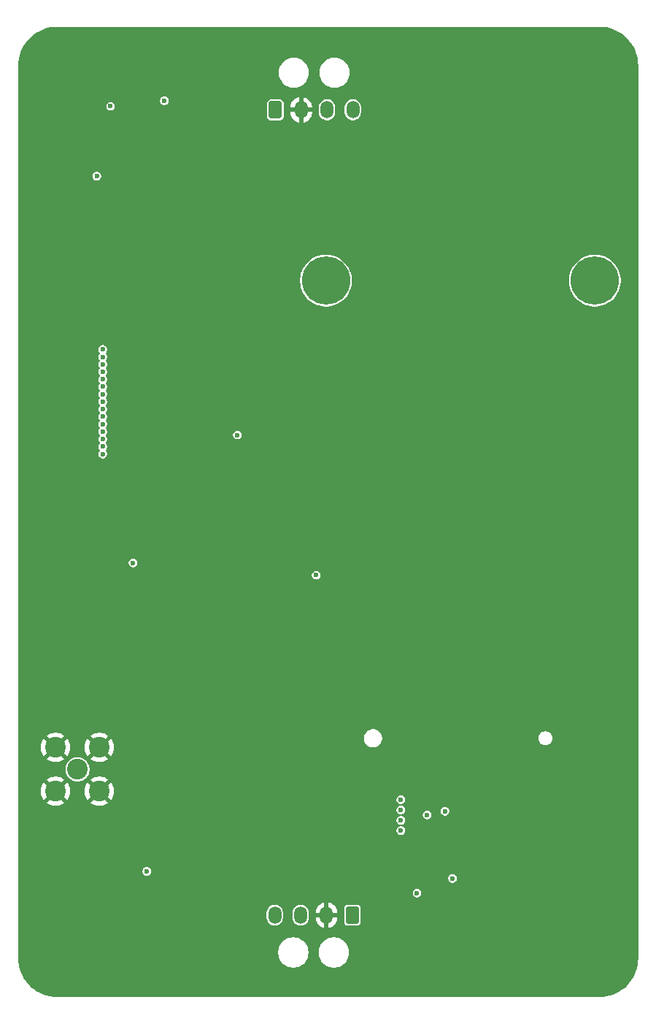
<source format=gbr>
%TF.GenerationSoftware,KiCad,Pcbnew,9.0.7*%
%TF.CreationDate,2026-02-10T22:30:16-08:00*%
%TF.ProjectId,SMU V1,534d5520-5631-42e6-9b69-6361645f7063,rev?*%
%TF.SameCoordinates,Original*%
%TF.FileFunction,Copper,L2,Inr*%
%TF.FilePolarity,Positive*%
%FSLAX46Y46*%
G04 Gerber Fmt 4.6, Leading zero omitted, Abs format (unit mm)*
G04 Created by KiCad (PCBNEW 9.0.7) date 2026-02-10 22:30:16*
%MOMM*%
%LPD*%
G01*
G04 APERTURE LIST*
G04 Aperture macros list*
%AMRoundRect*
0 Rectangle with rounded corners*
0 $1 Rounding radius*
0 $2 $3 $4 $5 $6 $7 $8 $9 X,Y pos of 4 corners*
0 Add a 4 corners polygon primitive as box body*
4,1,4,$2,$3,$4,$5,$6,$7,$8,$9,$2,$3,0*
0 Add four circle primitives for the rounded corners*
1,1,$1+$1,$2,$3*
1,1,$1+$1,$4,$5*
1,1,$1+$1,$6,$7*
1,1,$1+$1,$8,$9*
0 Add four rect primitives between the rounded corners*
20,1,$1+$1,$2,$3,$4,$5,0*
20,1,$1+$1,$4,$5,$6,$7,0*
20,1,$1+$1,$6,$7,$8,$9,0*
20,1,$1+$1,$8,$9,$2,$3,0*%
G04 Aperture macros list end*
%TA.AperFunction,ComponentPad*%
%ADD10O,1.500000X2.020000*%
%TD*%
%TA.AperFunction,ComponentPad*%
%ADD11RoundRect,0.250001X-0.499999X-0.759999X0.499999X-0.759999X0.499999X0.759999X-0.499999X0.759999X0*%
%TD*%
%TA.AperFunction,ComponentPad*%
%ADD12C,2.400000*%
%TD*%
%TA.AperFunction,ComponentPad*%
%ADD13RoundRect,0.250001X0.499999X0.759999X-0.499999X0.759999X-0.499999X-0.759999X0.499999X-0.759999X0*%
%TD*%
%TA.AperFunction,ComponentPad*%
%ADD14C,5.600000*%
%TD*%
%TA.AperFunction,ViaPad*%
%ADD15C,0.600000*%
%TD*%
G04 APERTURE END LIST*
D10*
%TO.N,/CAN+*%
%TO.C,J402*%
X79050000Y-46060000D03*
%TO.N,/CAN-*%
X76050000Y-46060000D03*
%TO.N,GND*%
X73050000Y-46060000D03*
D11*
%TO.N,/Main IO/VBATT+*%
X70050000Y-46060000D03*
%TD*%
D12*
%TO.N,GND*%
%TO.C,J1001*%
X49630000Y-125050000D03*
X49630000Y-119970000D03*
X44550000Y-125050000D03*
X44550000Y-119970000D03*
%TO.N,/Antenna/ANT_OUT_RF*%
X47090000Y-122510000D03*
%TD*%
D10*
%TO.N,/CAN+*%
%TO.C,J401*%
X69980000Y-139420000D03*
%TO.N,/CAN-*%
X72980000Y-139420000D03*
%TO.N,GND*%
X75980000Y-139420000D03*
D13*
%TO.N,/Main IO/VBATT+*%
X78980000Y-139420000D03*
%TD*%
D14*
%TO.N,N/C*%
%TO.C,MCU201*%
X75905000Y-65860000D03*
X107115000Y-65860000D03*
%TD*%
D15*
%TO.N,GND*%
X89220000Y-133470000D03*
X50430000Y-137660000D03*
X45990000Y-115370000D03*
X95940000Y-49250000D03*
X56510000Y-77270000D03*
X109320000Y-131420000D03*
X109360000Y-112570000D03*
X53019165Y-134570000D03*
X105539435Y-106107580D03*
X91189956Y-67556741D03*
X68470000Y-95890000D03*
X53200000Y-109320000D03*
X46580000Y-112980000D03*
X60140000Y-87220000D03*
X54530000Y-138300000D03*
X100580000Y-46210000D03*
X53531498Y-88045798D03*
X52420000Y-142520000D03*
X56840000Y-124030000D03*
X63300000Y-120810000D03*
X86480000Y-42610000D03*
X61990000Y-130880000D03*
X91800000Y-109500000D03*
X81290000Y-129468664D03*
X103469112Y-40571153D03*
X82040000Y-134000000D03*
X87730000Y-145340000D03*
X66950000Y-96580000D03*
X70670000Y-84120000D03*
X89690000Y-81660000D03*
X74950000Y-117210000D03*
X89190000Y-76550000D03*
X49570000Y-41780000D03*
X44036569Y-86403818D03*
X92970000Y-120420000D03*
X62062656Y-136626994D03*
X77490000Y-127160000D03*
X90860000Y-127620000D03*
X103504808Y-128952521D03*
X65470000Y-79300000D03*
X73200000Y-54530000D03*
X62080000Y-59370000D03*
X89700000Y-135930000D03*
X49676414Y-88831093D03*
X64520000Y-123040000D03*
X74310000Y-129290000D03*
X56240000Y-85040000D03*
X70700000Y-56960000D03*
X98007744Y-136734080D03*
X73270000Y-55600000D03*
X65880000Y-56130000D03*
X71020000Y-54810000D03*
X46320000Y-145020000D03*
X65750000Y-96610000D03*
X59800000Y-120890000D03*
X49020000Y-111940000D03*
X56460000Y-82460000D03*
X69740000Y-70270000D03*
X91330000Y-51530000D03*
X69273090Y-113068148D03*
X45892721Y-130701587D03*
X108150000Y-145120000D03*
X102970000Y-71840000D03*
X108720000Y-57450000D03*
X55820000Y-42180000D03*
X57330000Y-66350000D03*
X69490000Y-123430000D03*
X48950000Y-113130000D03*
X98757343Y-83012772D03*
X67130000Y-63990000D03*
X45950000Y-116620000D03*
X85610000Y-138720000D03*
X43001408Y-107606779D03*
X62050000Y-61350000D03*
X70640000Y-119630000D03*
X107110025Y-51279720D03*
X56800000Y-122840000D03*
X91260000Y-129510000D03*
X57330000Y-65455000D03*
X87320000Y-126460000D03*
X109465910Y-123384067D03*
X51425480Y-95220537D03*
X67450000Y-40040000D03*
X47550000Y-108770000D03*
X47190000Y-110660000D03*
X109465910Y-139554002D03*
X81290000Y-128312443D03*
X45920000Y-114170000D03*
X99580000Y-103720000D03*
X43380000Y-116040000D03*
X72850000Y-121530000D03*
X63440000Y-53390000D03*
X73800000Y-52520000D03*
X62250000Y-67225000D03*
X107181415Y-46318084D03*
X92300000Y-73590000D03*
X54640000Y-95580000D03*
X66350000Y-144550000D03*
X94350000Y-129140000D03*
X45110000Y-111000000D03*
X60920000Y-58040000D03*
X45320000Y-140870000D03*
X48160000Y-116630000D03*
X73800000Y-49500000D03*
X96437154Y-143837429D03*
X59460000Y-141730000D03*
X49360000Y-114210000D03*
X76620000Y-132900000D03*
X53820000Y-102110000D03*
X49450000Y-108830000D03*
X45680000Y-117710000D03*
X57309165Y-127000001D03*
X56340000Y-74670000D03*
X58120000Y-52890000D03*
X49770000Y-111510000D03*
X105400000Y-98540000D03*
X105932083Y-78301002D03*
X54670000Y-116600000D03*
X48470000Y-117650000D03*
X60590000Y-121000000D03*
X85890000Y-130680000D03*
X46713711Y-64094304D03*
X62250000Y-65435000D03*
X72620000Y-136930000D03*
X79200000Y-120560000D03*
X44821864Y-69734149D03*
X97620000Y-74660000D03*
X96258678Y-55170499D03*
X46640000Y-111910000D03*
X67270000Y-133950000D03*
X81290000Y-127156221D03*
X93690000Y-88620000D03*
X88920000Y-131840000D03*
X65170000Y-93170000D03*
X72880000Y-90270000D03*
X48210000Y-115430000D03*
X55530000Y-146480000D03*
X81620000Y-132260000D03*
X67350000Y-59990000D03*
X96370000Y-69980000D03*
X71760000Y-126740000D03*
X52950000Y-111509999D03*
X65350000Y-86770000D03*
X94650000Y-41000000D03*
X81290000Y-126000000D03*
X61955570Y-83191248D03*
X103112160Y-90080425D03*
X85260000Y-132220000D03*
X75800000Y-124360000D03*
X66440000Y-119590000D03*
X84980000Y-102790000D03*
X102860000Y-142160000D03*
X104400000Y-135480000D03*
X56510000Y-79850000D03*
X56890000Y-110530000D03*
X60420000Y-53350000D03*
X92046642Y-60417696D03*
X57330000Y-67245000D03*
X64440000Y-71270000D03*
X88350000Y-128930000D03*
X44180000Y-100080000D03*
X43420000Y-117410000D03*
X70094081Y-58597240D03*
X96187287Y-96969603D03*
X62250000Y-66330000D03*
%TO.N,+5V*%
X50020000Y-79897500D03*
X50020000Y-85965000D03*
X50020000Y-76430357D03*
X84600000Y-129610000D03*
X50020000Y-79030714D03*
X50020000Y-80764286D03*
X50020000Y-84231429D03*
X84600000Y-128416667D03*
X50020000Y-77297143D03*
X50020000Y-74696786D03*
X65640000Y-83760000D03*
X50020000Y-73830000D03*
X50020000Y-83364643D03*
X84600000Y-126030000D03*
X50020000Y-78163929D03*
X55129165Y-134350000D03*
X84600000Y-127223333D03*
X50020000Y-75563571D03*
X50020000Y-85098214D03*
X50020000Y-81631071D03*
X50020000Y-82497857D03*
%TO.N,/Power/5V Buck/PPVAR_VBATT_PROT*%
X57160000Y-45010000D03*
X50920000Y-45640000D03*
X49330000Y-53740000D03*
%TO.N,/IMU_SPI.CS*%
X86480000Y-136860000D03*
X87660000Y-127810000D03*
%TO.N,/IMU_SPI.SCK*%
X90600000Y-135160000D03*
X89730000Y-127370000D03*
%TO.N,/GPS/GPS_1PPS*%
X53540000Y-98579999D03*
X74790000Y-100000000D03*
%TD*%
%TA.AperFunction,Conductor*%
%TO.N,GND*%
G36*
X107652152Y-36430593D02*
G01*
X108037853Y-36447434D01*
X108046432Y-36448184D01*
X108427053Y-36498295D01*
X108435544Y-36499792D01*
X108810338Y-36582881D01*
X108818673Y-36585115D01*
X109184797Y-36700553D01*
X109192913Y-36703507D01*
X109547587Y-36850418D01*
X109555398Y-36854060D01*
X109895910Y-37031320D01*
X109903390Y-37035638D01*
X110227167Y-37241906D01*
X110234241Y-37246860D01*
X110538797Y-37480554D01*
X110545398Y-37486093D01*
X110828459Y-37745470D01*
X110834529Y-37751540D01*
X111093905Y-38034599D01*
X111099445Y-38041202D01*
X111333139Y-38345758D01*
X111338093Y-38352832D01*
X111544361Y-38676609D01*
X111548679Y-38684089D01*
X111725935Y-39024593D01*
X111729585Y-39032420D01*
X111876492Y-39387086D01*
X111879446Y-39395202D01*
X111994884Y-39761326D01*
X111997119Y-39769668D01*
X112080205Y-40144445D01*
X112081705Y-40152951D01*
X112131813Y-40533554D01*
X112132566Y-40542158D01*
X112149406Y-40927847D01*
X112149500Y-40932165D01*
X112149500Y-144407834D01*
X112149406Y-144412152D01*
X112132566Y-144797841D01*
X112131813Y-144806445D01*
X112081705Y-145187048D01*
X112080205Y-145195554D01*
X111997119Y-145570331D01*
X111994884Y-145578673D01*
X111879446Y-145944797D01*
X111876492Y-145952913D01*
X111729585Y-146307579D01*
X111725935Y-146315406D01*
X111548679Y-146655910D01*
X111544361Y-146663390D01*
X111338093Y-146987167D01*
X111333139Y-146994241D01*
X111099445Y-147298797D01*
X111093895Y-147305411D01*
X110834540Y-147588447D01*
X110828447Y-147594540D01*
X110812727Y-147608946D01*
X110545413Y-147853894D01*
X110538797Y-147859445D01*
X110234241Y-148093139D01*
X110227167Y-148098093D01*
X109903390Y-148304361D01*
X109895910Y-148308679D01*
X109555406Y-148485935D01*
X109547579Y-148489585D01*
X109192913Y-148636492D01*
X109184797Y-148639446D01*
X108818673Y-148754884D01*
X108810331Y-148757119D01*
X108435554Y-148840205D01*
X108427048Y-148841705D01*
X108046445Y-148891813D01*
X108037841Y-148892566D01*
X107652153Y-148909406D01*
X107647835Y-148909500D01*
X44712165Y-148909500D01*
X44707847Y-148909406D01*
X44322158Y-148892566D01*
X44313554Y-148891813D01*
X43932951Y-148841705D01*
X43924445Y-148840205D01*
X43549668Y-148757119D01*
X43541326Y-148754884D01*
X43175202Y-148639446D01*
X43167086Y-148636492D01*
X42812420Y-148489585D01*
X42804593Y-148485935D01*
X42464089Y-148308679D01*
X42456609Y-148304361D01*
X42132832Y-148098093D01*
X42125758Y-148093139D01*
X41821202Y-147859445D01*
X41814599Y-147853905D01*
X41531540Y-147594529D01*
X41525470Y-147588459D01*
X41266093Y-147305398D01*
X41260554Y-147298797D01*
X41026860Y-146994241D01*
X41021906Y-146987167D01*
X40815638Y-146663390D01*
X40811320Y-146655910D01*
X40634064Y-146315406D01*
X40630414Y-146307579D01*
X40483507Y-145952913D01*
X40480553Y-145944797D01*
X40365115Y-145578673D01*
X40362880Y-145570331D01*
X40338542Y-145460548D01*
X40279792Y-145195544D01*
X40278294Y-145187048D01*
X40261426Y-145058921D01*
X40228184Y-144806432D01*
X40227434Y-144797853D01*
X40210594Y-144412152D01*
X40210500Y-144407834D01*
X40210500Y-143625265D01*
X70379500Y-143625265D01*
X70379500Y-143854734D01*
X70409452Y-144082238D01*
X70468841Y-144303885D01*
X70556653Y-144515883D01*
X70626869Y-144637502D01*
X70671389Y-144714612D01*
X70811081Y-144896661D01*
X70973339Y-145058919D01*
X71155388Y-145198611D01*
X71354112Y-145313344D01*
X71354113Y-145313344D01*
X71354116Y-145313346D01*
X71450167Y-145353131D01*
X71566113Y-145401158D01*
X71787762Y-145460548D01*
X72015266Y-145490500D01*
X72015267Y-145490500D01*
X72244733Y-145490500D01*
X72244734Y-145490500D01*
X72472238Y-145460548D01*
X72693887Y-145401158D01*
X72905888Y-145313344D01*
X73104612Y-145198611D01*
X73286661Y-145058919D01*
X73448919Y-144896661D01*
X73588611Y-144714612D01*
X73703344Y-144515888D01*
X73791158Y-144303887D01*
X73850548Y-144082238D01*
X73880500Y-143854734D01*
X73880500Y-143625266D01*
X73880500Y-143625265D01*
X75079500Y-143625265D01*
X75079500Y-143854734D01*
X75109452Y-144082238D01*
X75168841Y-144303885D01*
X75256653Y-144515883D01*
X75326869Y-144637502D01*
X75371389Y-144714612D01*
X75511081Y-144896661D01*
X75673339Y-145058919D01*
X75855388Y-145198611D01*
X76054112Y-145313344D01*
X76054113Y-145313344D01*
X76054116Y-145313346D01*
X76150167Y-145353131D01*
X76266113Y-145401158D01*
X76487762Y-145460548D01*
X76715266Y-145490500D01*
X76715267Y-145490500D01*
X76944733Y-145490500D01*
X76944734Y-145490500D01*
X77172238Y-145460548D01*
X77393887Y-145401158D01*
X77605888Y-145313344D01*
X77804612Y-145198611D01*
X77986661Y-145058919D01*
X78148919Y-144896661D01*
X78288611Y-144714612D01*
X78403344Y-144515888D01*
X78491158Y-144303887D01*
X78550548Y-144082238D01*
X78580500Y-143854734D01*
X78580500Y-143625266D01*
X78550548Y-143397762D01*
X78491158Y-143176113D01*
X78403344Y-142964112D01*
X78288611Y-142765388D01*
X78148919Y-142583339D01*
X77986661Y-142421081D01*
X77804612Y-142281389D01*
X77804613Y-142281389D01*
X77804611Y-142281388D01*
X77605883Y-142166653D01*
X77393885Y-142078841D01*
X77172238Y-142019452D01*
X76944734Y-141989500D01*
X76715266Y-141989500D01*
X76715265Y-141989500D01*
X76487761Y-142019452D01*
X76266114Y-142078841D01*
X76054116Y-142166653D01*
X75855388Y-142281388D01*
X75673342Y-142421078D01*
X75511078Y-142583342D01*
X75371388Y-142765388D01*
X75256653Y-142964116D01*
X75168841Y-143176114D01*
X75109452Y-143397761D01*
X75079500Y-143625265D01*
X73880500Y-143625265D01*
X73850548Y-143397762D01*
X73791158Y-143176113D01*
X73703344Y-142964112D01*
X73588611Y-142765388D01*
X73448919Y-142583339D01*
X73286661Y-142421081D01*
X73104612Y-142281389D01*
X73104613Y-142281389D01*
X73104611Y-142281388D01*
X72905883Y-142166653D01*
X72693885Y-142078841D01*
X72472238Y-142019452D01*
X72244734Y-141989500D01*
X72015266Y-141989500D01*
X72015265Y-141989500D01*
X71787761Y-142019452D01*
X71566114Y-142078841D01*
X71354116Y-142166653D01*
X71155388Y-142281388D01*
X70973342Y-142421078D01*
X70811078Y-142583342D01*
X70671388Y-142765388D01*
X70556653Y-142964116D01*
X70468841Y-143176114D01*
X70409452Y-143397761D01*
X70379500Y-143625265D01*
X40210500Y-143625265D01*
X40210500Y-139066381D01*
X69029500Y-139066381D01*
X69029500Y-139773618D01*
X69066026Y-139957249D01*
X69137677Y-140130229D01*
X69137681Y-140130238D01*
X69207191Y-140234265D01*
X69241698Y-140285908D01*
X69374092Y-140418302D01*
X69440463Y-140462649D01*
X69529761Y-140522318D01*
X69529767Y-140522320D01*
X69529769Y-140522322D01*
X69702749Y-140593973D01*
X69886384Y-140630500D01*
X69886385Y-140630500D01*
X70073615Y-140630500D01*
X70073616Y-140630500D01*
X70257251Y-140593973D01*
X70430231Y-140522322D01*
X70430234Y-140522319D01*
X70430238Y-140522318D01*
X70475187Y-140492282D01*
X70585908Y-140418302D01*
X70718302Y-140285908D01*
X70802547Y-140159826D01*
X70822318Y-140130238D01*
X70822319Y-140130234D01*
X70822322Y-140130231D01*
X70893973Y-139957251D01*
X70930500Y-139773616D01*
X70930500Y-139066384D01*
X70930499Y-139066381D01*
X72029500Y-139066381D01*
X72029500Y-139773618D01*
X72066026Y-139957249D01*
X72137677Y-140130229D01*
X72137681Y-140130238D01*
X72207191Y-140234265D01*
X72241698Y-140285908D01*
X72374092Y-140418302D01*
X72440463Y-140462649D01*
X72529761Y-140522318D01*
X72529767Y-140522320D01*
X72529769Y-140522322D01*
X72702749Y-140593973D01*
X72886384Y-140630500D01*
X72886385Y-140630500D01*
X73073615Y-140630500D01*
X73073616Y-140630500D01*
X73257251Y-140593973D01*
X73430231Y-140522322D01*
X73430234Y-140522319D01*
X73430238Y-140522318D01*
X73475187Y-140492282D01*
X73585908Y-140418302D01*
X73718302Y-140285908D01*
X73802547Y-140159826D01*
X73822318Y-140130238D01*
X73822319Y-140130234D01*
X73822322Y-140130231D01*
X73893973Y-139957251D01*
X73930500Y-139773616D01*
X73930500Y-139066384D01*
X73929552Y-139061619D01*
X74730000Y-139061619D01*
X74730000Y-139169999D01*
X74730001Y-139170000D01*
X75535440Y-139170000D01*
X75504755Y-139223147D01*
X75470000Y-139352857D01*
X75470000Y-139487143D01*
X75504755Y-139616853D01*
X75535440Y-139670000D01*
X74730001Y-139670000D01*
X74730000Y-139670001D01*
X74730000Y-139778380D01*
X74760778Y-139972710D01*
X74760779Y-139972714D01*
X74821576Y-140159826D01*
X74821578Y-140159829D01*
X74910903Y-140335142D01*
X74910907Y-140335148D01*
X75026549Y-140494314D01*
X75165685Y-140633450D01*
X75324851Y-140749092D01*
X75324857Y-140749096D01*
X75500166Y-140838419D01*
X75687295Y-140899222D01*
X75729999Y-140905985D01*
X75730000Y-140905984D01*
X75730000Y-139864560D01*
X75783147Y-139895245D01*
X75912857Y-139930000D01*
X76047143Y-139930000D01*
X76176853Y-139895245D01*
X76230000Y-139864560D01*
X76230000Y-140905985D01*
X76272704Y-140899222D01*
X76459833Y-140838419D01*
X76635142Y-140749096D01*
X76635148Y-140749092D01*
X76794314Y-140633450D01*
X76933450Y-140494314D01*
X77049092Y-140335148D01*
X77049096Y-140335142D01*
X77138421Y-140159829D01*
X77138423Y-140159826D01*
X77199220Y-139972714D01*
X77199221Y-139972710D01*
X77230000Y-139778380D01*
X77230000Y-139670001D01*
X77229999Y-139670000D01*
X76424560Y-139670000D01*
X76455245Y-139616853D01*
X76490000Y-139487143D01*
X76490000Y-139352857D01*
X76455245Y-139223147D01*
X76424560Y-139170000D01*
X77229999Y-139170000D01*
X77230000Y-139169999D01*
X77230000Y-139061619D01*
X77199221Y-138867289D01*
X77199220Y-138867285D01*
X77138423Y-138680173D01*
X77138421Y-138680170D01*
X77122216Y-138648365D01*
X77100491Y-138605726D01*
X78029500Y-138605726D01*
X78029500Y-140234265D01*
X78032353Y-140264694D01*
X78032353Y-140264696D01*
X78032354Y-140264698D01*
X78039776Y-140285908D01*
X78077208Y-140392885D01*
X78157845Y-140502144D01*
X78157847Y-140502146D01*
X78157850Y-140502150D01*
X78157853Y-140502152D01*
X78157855Y-140502154D01*
X78267114Y-140582791D01*
X78267116Y-140582791D01*
X78267118Y-140582793D01*
X78395302Y-140627646D01*
X78425735Y-140630500D01*
X79534264Y-140630499D01*
X79534265Y-140630499D01*
X79540350Y-140629928D01*
X79564698Y-140627646D01*
X79692882Y-140582793D01*
X79802150Y-140502150D01*
X79882793Y-140392882D01*
X79927646Y-140264698D01*
X79930500Y-140234265D01*
X79930499Y-138605736D01*
X79927646Y-138575302D01*
X79882793Y-138447118D01*
X79882791Y-138447116D01*
X79882791Y-138447114D01*
X79802154Y-138337855D01*
X79802152Y-138337853D01*
X79802150Y-138337850D01*
X79802146Y-138337847D01*
X79802144Y-138337845D01*
X79692885Y-138257208D01*
X79660928Y-138246026D01*
X79564698Y-138212354D01*
X79564696Y-138212353D01*
X79564694Y-138212353D01*
X79534272Y-138209500D01*
X78425734Y-138209500D01*
X78395305Y-138212353D01*
X78267114Y-138257208D01*
X78157855Y-138337845D01*
X78157845Y-138337855D01*
X78077208Y-138447114D01*
X78032353Y-138575305D01*
X78029500Y-138605726D01*
X77100491Y-138605726D01*
X77049096Y-138504857D01*
X77049092Y-138504851D01*
X76933450Y-138345685D01*
X76794314Y-138206549D01*
X76635148Y-138090907D01*
X76635142Y-138090903D01*
X76459833Y-138001580D01*
X76272706Y-137940779D01*
X76230000Y-137934014D01*
X76230000Y-138975439D01*
X76176853Y-138944755D01*
X76047143Y-138910000D01*
X75912857Y-138910000D01*
X75783147Y-138944755D01*
X75730000Y-138975439D01*
X75730000Y-137934014D01*
X75729999Y-137934014D01*
X75687293Y-137940779D01*
X75500166Y-138001580D01*
X75324857Y-138090903D01*
X75324851Y-138090907D01*
X75165685Y-138206549D01*
X75026549Y-138345685D01*
X74910907Y-138504851D01*
X74910903Y-138504857D01*
X74821578Y-138680170D01*
X74821576Y-138680173D01*
X74760779Y-138867285D01*
X74760778Y-138867289D01*
X74730000Y-139061619D01*
X73929552Y-139061619D01*
X73893973Y-138882749D01*
X73822322Y-138709769D01*
X73822320Y-138709767D01*
X73822318Y-138709761D01*
X73752808Y-138605734D01*
X73718302Y-138554092D01*
X73585908Y-138421698D01*
X73541559Y-138392065D01*
X73430238Y-138317681D01*
X73430229Y-138317677D01*
X73257249Y-138246026D01*
X73073618Y-138209500D01*
X73073616Y-138209500D01*
X72886384Y-138209500D01*
X72886381Y-138209500D01*
X72702750Y-138246026D01*
X72529770Y-138317677D01*
X72529761Y-138317681D01*
X72374092Y-138421698D01*
X72374088Y-138421701D01*
X72241701Y-138554088D01*
X72241698Y-138554092D01*
X72137681Y-138709761D01*
X72137677Y-138709770D01*
X72066026Y-138882750D01*
X72029500Y-139066381D01*
X70930499Y-139066381D01*
X70893973Y-138882749D01*
X70822322Y-138709769D01*
X70822320Y-138709767D01*
X70822318Y-138709761D01*
X70752808Y-138605734D01*
X70718302Y-138554092D01*
X70585908Y-138421698D01*
X70541559Y-138392065D01*
X70430238Y-138317681D01*
X70430229Y-138317677D01*
X70257249Y-138246026D01*
X70073618Y-138209500D01*
X70073616Y-138209500D01*
X69886384Y-138209500D01*
X69886381Y-138209500D01*
X69702750Y-138246026D01*
X69529770Y-138317677D01*
X69529761Y-138317681D01*
X69374092Y-138421698D01*
X69374088Y-138421701D01*
X69241701Y-138554088D01*
X69241698Y-138554092D01*
X69137681Y-138709761D01*
X69137677Y-138709770D01*
X69066026Y-138882750D01*
X69029500Y-139066381D01*
X40210500Y-139066381D01*
X40210500Y-136794108D01*
X85979500Y-136794108D01*
X85979500Y-136925892D01*
X86009579Y-137038151D01*
X86013609Y-137053190D01*
X86079496Y-137167309D01*
X86079498Y-137167311D01*
X86079500Y-137167314D01*
X86172686Y-137260500D01*
X86172688Y-137260501D01*
X86172690Y-137260503D01*
X86286810Y-137326390D01*
X86286808Y-137326390D01*
X86286812Y-137326391D01*
X86286814Y-137326392D01*
X86414108Y-137360500D01*
X86414110Y-137360500D01*
X86545890Y-137360500D01*
X86545892Y-137360500D01*
X86673186Y-137326392D01*
X86673188Y-137326390D01*
X86673190Y-137326390D01*
X86787309Y-137260503D01*
X86787309Y-137260502D01*
X86787314Y-137260500D01*
X86880500Y-137167314D01*
X86946392Y-137053186D01*
X86980500Y-136925892D01*
X86980500Y-136794108D01*
X86946392Y-136666814D01*
X86946390Y-136666811D01*
X86946390Y-136666809D01*
X86880503Y-136552690D01*
X86880501Y-136552688D01*
X86880500Y-136552686D01*
X86787314Y-136459500D01*
X86787311Y-136459498D01*
X86787309Y-136459496D01*
X86673189Y-136393609D01*
X86673191Y-136393609D01*
X86623799Y-136380375D01*
X86545892Y-136359500D01*
X86414108Y-136359500D01*
X86336200Y-136380375D01*
X86286809Y-136393609D01*
X86172690Y-136459496D01*
X86079496Y-136552690D01*
X86013609Y-136666809D01*
X86013608Y-136666814D01*
X85979500Y-136794108D01*
X40210500Y-136794108D01*
X40210500Y-135094108D01*
X90099500Y-135094108D01*
X90099500Y-135225892D01*
X90129579Y-135338151D01*
X90133609Y-135353190D01*
X90199496Y-135467309D01*
X90199498Y-135467311D01*
X90199500Y-135467314D01*
X90292686Y-135560500D01*
X90292688Y-135560501D01*
X90292690Y-135560503D01*
X90406810Y-135626390D01*
X90406808Y-135626390D01*
X90406812Y-135626391D01*
X90406814Y-135626392D01*
X90534108Y-135660500D01*
X90534110Y-135660500D01*
X90665890Y-135660500D01*
X90665892Y-135660500D01*
X90793186Y-135626392D01*
X90793188Y-135626390D01*
X90793190Y-135626390D01*
X90907309Y-135560503D01*
X90907309Y-135560502D01*
X90907314Y-135560500D01*
X91000500Y-135467314D01*
X91066392Y-135353186D01*
X91100500Y-135225892D01*
X91100500Y-135094108D01*
X91066392Y-134966814D01*
X91066390Y-134966811D01*
X91066390Y-134966809D01*
X91000503Y-134852690D01*
X91000501Y-134852688D01*
X91000500Y-134852686D01*
X90907314Y-134759500D01*
X90907311Y-134759498D01*
X90907309Y-134759496D01*
X90793189Y-134693609D01*
X90793191Y-134693609D01*
X90743799Y-134680375D01*
X90665892Y-134659500D01*
X90534108Y-134659500D01*
X90456200Y-134680375D01*
X90406809Y-134693609D01*
X90292690Y-134759496D01*
X90199496Y-134852690D01*
X90133609Y-134966809D01*
X90133608Y-134966814D01*
X90099500Y-135094108D01*
X40210500Y-135094108D01*
X40210500Y-134284108D01*
X54628665Y-134284108D01*
X54628665Y-134415892D01*
X54658744Y-134528151D01*
X54662774Y-134543190D01*
X54728661Y-134657309D01*
X54728663Y-134657311D01*
X54728665Y-134657314D01*
X54821851Y-134750500D01*
X54821853Y-134750501D01*
X54821855Y-134750503D01*
X54935975Y-134816390D01*
X54935973Y-134816390D01*
X54935977Y-134816391D01*
X54935979Y-134816392D01*
X55063273Y-134850500D01*
X55063275Y-134850500D01*
X55195055Y-134850500D01*
X55195057Y-134850500D01*
X55322351Y-134816392D01*
X55322353Y-134816390D01*
X55322355Y-134816390D01*
X55436474Y-134750503D01*
X55436474Y-134750502D01*
X55436479Y-134750500D01*
X55529665Y-134657314D01*
X55595557Y-134543186D01*
X55629665Y-134415892D01*
X55629665Y-134284108D01*
X55595557Y-134156814D01*
X55595555Y-134156811D01*
X55595555Y-134156809D01*
X55529668Y-134042690D01*
X55529666Y-134042688D01*
X55529665Y-134042686D01*
X55436479Y-133949500D01*
X55436476Y-133949498D01*
X55436474Y-133949496D01*
X55322354Y-133883609D01*
X55322356Y-133883609D01*
X55272964Y-133870375D01*
X55195057Y-133849500D01*
X55063273Y-133849500D01*
X54985365Y-133870375D01*
X54935974Y-133883609D01*
X54821855Y-133949496D01*
X54728661Y-134042690D01*
X54662774Y-134156809D01*
X54662773Y-134156814D01*
X54628665Y-134284108D01*
X40210500Y-134284108D01*
X40210500Y-129544108D01*
X84099500Y-129544108D01*
X84099500Y-129675892D01*
X84129579Y-129788151D01*
X84133609Y-129803190D01*
X84199496Y-129917309D01*
X84199498Y-129917311D01*
X84199500Y-129917314D01*
X84292686Y-130010500D01*
X84292688Y-130010501D01*
X84292690Y-130010503D01*
X84406810Y-130076390D01*
X84406808Y-130076390D01*
X84406812Y-130076391D01*
X84406814Y-130076392D01*
X84534108Y-130110500D01*
X84534110Y-130110500D01*
X84665890Y-130110500D01*
X84665892Y-130110500D01*
X84793186Y-130076392D01*
X84793188Y-130076390D01*
X84793190Y-130076390D01*
X84907309Y-130010503D01*
X84907309Y-130010502D01*
X84907314Y-130010500D01*
X85000500Y-129917314D01*
X85066392Y-129803186D01*
X85100500Y-129675892D01*
X85100500Y-129544108D01*
X85066392Y-129416814D01*
X85066390Y-129416811D01*
X85066390Y-129416809D01*
X85000503Y-129302690D01*
X85000501Y-129302688D01*
X85000500Y-129302686D01*
X84907314Y-129209500D01*
X84907311Y-129209498D01*
X84907309Y-129209496D01*
X84793189Y-129143609D01*
X84793191Y-129143609D01*
X84727948Y-129126127D01*
X84665892Y-129109500D01*
X84534108Y-129109500D01*
X84523535Y-129112333D01*
X84406809Y-129143609D01*
X84292690Y-129209496D01*
X84199496Y-129302690D01*
X84133609Y-129416809D01*
X84133608Y-129416814D01*
X84099500Y-129544108D01*
X40210500Y-129544108D01*
X40210500Y-128350775D01*
X84099500Y-128350775D01*
X84099500Y-128482559D01*
X84129579Y-128594818D01*
X84133609Y-128609857D01*
X84199496Y-128723976D01*
X84199498Y-128723978D01*
X84199500Y-128723981D01*
X84292686Y-128817167D01*
X84292688Y-128817168D01*
X84292690Y-128817170D01*
X84406810Y-128883057D01*
X84406808Y-128883057D01*
X84406812Y-128883058D01*
X84406814Y-128883059D01*
X84534108Y-128917167D01*
X84665892Y-128917167D01*
X84793186Y-128883059D01*
X84907314Y-128817167D01*
X85000500Y-128723981D01*
X85066392Y-128609853D01*
X85100500Y-128482559D01*
X85100500Y-128350775D01*
X85066392Y-128223481D01*
X85066390Y-128223478D01*
X85066390Y-128223476D01*
X85000503Y-128109357D01*
X85000501Y-128109355D01*
X85000500Y-128109353D01*
X84907314Y-128016167D01*
X84907311Y-128016165D01*
X84907309Y-128016163D01*
X84793189Y-127950276D01*
X84793191Y-127950276D01*
X84758517Y-127940985D01*
X84665892Y-127916167D01*
X84534108Y-127916167D01*
X84452090Y-127938143D01*
X84406809Y-127950276D01*
X84292690Y-128016163D01*
X84199496Y-128109357D01*
X84133609Y-128223476D01*
X84133608Y-128223481D01*
X84099500Y-128350775D01*
X40210500Y-128350775D01*
X40210500Y-127744108D01*
X87159500Y-127744108D01*
X87159500Y-127875892D01*
X87170292Y-127916167D01*
X87193609Y-128003190D01*
X87259496Y-128117309D01*
X87259498Y-128117311D01*
X87259500Y-128117314D01*
X87352686Y-128210500D01*
X87352688Y-128210501D01*
X87352690Y-128210503D01*
X87466810Y-128276390D01*
X87466808Y-128276390D01*
X87466812Y-128276391D01*
X87466814Y-128276392D01*
X87594108Y-128310500D01*
X87594110Y-128310500D01*
X87725890Y-128310500D01*
X87725892Y-128310500D01*
X87853186Y-128276392D01*
X87853188Y-128276390D01*
X87853190Y-128276390D01*
X87967309Y-128210503D01*
X87967309Y-128210502D01*
X87967314Y-128210500D01*
X88060500Y-128117314D01*
X88065096Y-128109353D01*
X88126390Y-128003190D01*
X88126390Y-128003188D01*
X88126392Y-128003186D01*
X88160500Y-127875892D01*
X88160500Y-127744108D01*
X88126392Y-127616814D01*
X88126390Y-127616811D01*
X88126390Y-127616809D01*
X88060503Y-127502690D01*
X88060501Y-127502688D01*
X88060500Y-127502686D01*
X87967314Y-127409500D01*
X87967311Y-127409498D01*
X87967309Y-127409496D01*
X87922031Y-127383355D01*
X87853189Y-127343609D01*
X87853191Y-127343609D01*
X87803799Y-127330375D01*
X87725892Y-127309500D01*
X87594108Y-127309500D01*
X87516200Y-127330375D01*
X87466809Y-127343609D01*
X87352690Y-127409496D01*
X87259496Y-127502690D01*
X87193609Y-127616809D01*
X87184209Y-127651891D01*
X87159500Y-127744108D01*
X40210500Y-127744108D01*
X40210500Y-127157441D01*
X84099500Y-127157441D01*
X84099500Y-127289225D01*
X84104933Y-127309500D01*
X84133609Y-127416523D01*
X84199496Y-127530642D01*
X84199498Y-127530644D01*
X84199500Y-127530647D01*
X84292686Y-127623833D01*
X84292688Y-127623834D01*
X84292690Y-127623836D01*
X84406810Y-127689723D01*
X84406808Y-127689723D01*
X84406812Y-127689724D01*
X84406814Y-127689725D01*
X84534108Y-127723833D01*
X84665892Y-127723833D01*
X84793186Y-127689725D01*
X84793188Y-127689723D01*
X84793190Y-127689723D01*
X84858717Y-127651891D01*
X84858723Y-127651886D01*
X84907314Y-127623833D01*
X85000500Y-127530647D01*
X85066392Y-127416519D01*
X85096512Y-127304108D01*
X89229500Y-127304108D01*
X89229500Y-127435892D01*
X89254888Y-127530642D01*
X89263609Y-127563190D01*
X89329496Y-127677309D01*
X89329498Y-127677311D01*
X89329500Y-127677314D01*
X89422686Y-127770500D01*
X89422688Y-127770501D01*
X89422690Y-127770503D01*
X89536810Y-127836390D01*
X89536808Y-127836390D01*
X89536812Y-127836391D01*
X89536814Y-127836392D01*
X89664108Y-127870500D01*
X89664110Y-127870500D01*
X89795890Y-127870500D01*
X89795892Y-127870500D01*
X89923186Y-127836392D01*
X89923188Y-127836390D01*
X89923190Y-127836390D01*
X90037309Y-127770503D01*
X90037309Y-127770502D01*
X90037314Y-127770500D01*
X90130500Y-127677314D01*
X90161376Y-127623836D01*
X90196390Y-127563190D01*
X90196390Y-127563188D01*
X90196392Y-127563186D01*
X90230500Y-127435892D01*
X90230500Y-127304108D01*
X90196392Y-127176814D01*
X90196390Y-127176811D01*
X90196390Y-127176809D01*
X90130503Y-127062690D01*
X90130501Y-127062688D01*
X90130500Y-127062686D01*
X90037314Y-126969500D01*
X90037311Y-126969498D01*
X90037309Y-126969496D01*
X89923189Y-126903609D01*
X89923191Y-126903609D01*
X89873799Y-126890375D01*
X89795892Y-126869500D01*
X89664108Y-126869500D01*
X89586200Y-126890375D01*
X89536809Y-126903609D01*
X89422690Y-126969496D01*
X89329496Y-127062690D01*
X89263609Y-127176809D01*
X89263608Y-127176814D01*
X89229500Y-127304108D01*
X85096512Y-127304108D01*
X85100500Y-127289225D01*
X85100500Y-127157441D01*
X85066392Y-127030147D01*
X85066390Y-127030144D01*
X85066390Y-127030142D01*
X85000503Y-126916023D01*
X85000501Y-126916021D01*
X85000500Y-126916019D01*
X84907314Y-126822833D01*
X84907311Y-126822831D01*
X84907309Y-126822829D01*
X84793189Y-126756942D01*
X84793191Y-126756942D01*
X84727948Y-126739460D01*
X84665892Y-126722833D01*
X84534108Y-126722833D01*
X84523535Y-126725666D01*
X84406809Y-126756942D01*
X84292690Y-126822829D01*
X84199496Y-126916023D01*
X84133609Y-127030142D01*
X84133608Y-127030147D01*
X84099500Y-127157441D01*
X40210500Y-127157441D01*
X40210500Y-124938574D01*
X42850000Y-124938574D01*
X42850000Y-125161425D01*
X42879087Y-125382365D01*
X42936763Y-125597619D01*
X43022042Y-125803499D01*
X43133473Y-125996504D01*
X43184041Y-126062404D01*
X43834152Y-125412292D01*
X43841049Y-125428942D01*
X43928599Y-125559970D01*
X44040030Y-125671401D01*
X44171058Y-125758951D01*
X44187705Y-125765846D01*
X43537594Y-126415957D01*
X43603498Y-126466528D01*
X43603503Y-126466531D01*
X43796500Y-126577957D01*
X44002380Y-126663236D01*
X44217634Y-126720912D01*
X44438574Y-126749999D01*
X44438577Y-126750000D01*
X44661423Y-126750000D01*
X44661425Y-126749999D01*
X44882365Y-126720912D01*
X45097619Y-126663236D01*
X45303499Y-126577957D01*
X45496496Y-126466531D01*
X45496500Y-126466528D01*
X45562403Y-126415957D01*
X44912293Y-125765847D01*
X44928942Y-125758951D01*
X45059970Y-125671401D01*
X45171401Y-125559970D01*
X45258951Y-125428942D01*
X45265847Y-125412293D01*
X45915957Y-126062403D01*
X45966528Y-125996500D01*
X45966531Y-125996496D01*
X46077957Y-125803499D01*
X46163236Y-125597619D01*
X46220912Y-125382365D01*
X46249999Y-125161425D01*
X46250000Y-125161423D01*
X46250000Y-124938577D01*
X46249999Y-124938574D01*
X47930000Y-124938574D01*
X47930000Y-125161425D01*
X47959087Y-125382365D01*
X48016763Y-125597619D01*
X48102042Y-125803499D01*
X48213473Y-125996504D01*
X48264041Y-126062404D01*
X48914152Y-125412292D01*
X48921049Y-125428942D01*
X49008599Y-125559970D01*
X49120030Y-125671401D01*
X49251058Y-125758951D01*
X49267705Y-125765846D01*
X48617594Y-126415957D01*
X48683498Y-126466528D01*
X48683503Y-126466531D01*
X48876500Y-126577957D01*
X49082380Y-126663236D01*
X49297634Y-126720912D01*
X49518574Y-126749999D01*
X49518577Y-126750000D01*
X49741423Y-126750000D01*
X49741425Y-126749999D01*
X49962365Y-126720912D01*
X50177619Y-126663236D01*
X50383499Y-126577957D01*
X50576496Y-126466531D01*
X50576500Y-126466528D01*
X50642403Y-126415957D01*
X49992293Y-125765847D01*
X50008942Y-125758951D01*
X50139970Y-125671401D01*
X50251401Y-125559970D01*
X50338951Y-125428942D01*
X50345847Y-125412293D01*
X50995957Y-126062403D01*
X51046528Y-125996500D01*
X51046531Y-125996496D01*
X51065230Y-125964108D01*
X84099500Y-125964108D01*
X84099500Y-126095892D01*
X84129579Y-126208151D01*
X84133609Y-126223190D01*
X84199496Y-126337309D01*
X84199498Y-126337311D01*
X84199500Y-126337314D01*
X84292686Y-126430500D01*
X84292688Y-126430501D01*
X84292690Y-126430503D01*
X84406810Y-126496390D01*
X84406808Y-126496390D01*
X84406812Y-126496391D01*
X84406814Y-126496392D01*
X84534108Y-126530500D01*
X84665892Y-126530500D01*
X84793186Y-126496392D01*
X84907314Y-126430500D01*
X85000500Y-126337314D01*
X85066392Y-126223186D01*
X85100500Y-126095892D01*
X85100500Y-125964108D01*
X85066392Y-125836814D01*
X85066390Y-125836811D01*
X85066390Y-125836809D01*
X85000503Y-125722690D01*
X85000501Y-125722688D01*
X85000500Y-125722686D01*
X84907314Y-125629500D01*
X84907311Y-125629498D01*
X84907309Y-125629496D01*
X84793189Y-125563609D01*
X84793191Y-125563609D01*
X84743799Y-125550375D01*
X84665892Y-125529500D01*
X84534108Y-125529500D01*
X84456200Y-125550375D01*
X84406809Y-125563609D01*
X84292690Y-125629496D01*
X84199496Y-125722690D01*
X84133609Y-125836809D01*
X84133608Y-125836814D01*
X84099500Y-125964108D01*
X51065230Y-125964108D01*
X51097556Y-125908119D01*
X51097557Y-125908117D01*
X51157955Y-125803502D01*
X51243236Y-125597619D01*
X51300912Y-125382365D01*
X51329999Y-125161425D01*
X51330000Y-125161423D01*
X51330000Y-124938577D01*
X51329999Y-124938574D01*
X51300912Y-124717634D01*
X51243236Y-124502380D01*
X51157957Y-124296500D01*
X51046531Y-124103503D01*
X51046528Y-124103498D01*
X50995957Y-124037594D01*
X50345846Y-124687705D01*
X50338951Y-124671058D01*
X50251401Y-124540030D01*
X50139970Y-124428599D01*
X50008942Y-124341049D01*
X49992292Y-124334152D01*
X50642404Y-123684041D01*
X50576504Y-123633473D01*
X50383499Y-123522042D01*
X50177619Y-123436763D01*
X49962365Y-123379087D01*
X49741425Y-123350000D01*
X49518574Y-123350000D01*
X49297634Y-123379087D01*
X49082380Y-123436763D01*
X48876500Y-123522042D01*
X48683504Y-123633467D01*
X48617595Y-123684041D01*
X49267707Y-124334152D01*
X49251058Y-124341049D01*
X49120030Y-124428599D01*
X49008599Y-124540030D01*
X48921049Y-124671058D01*
X48914152Y-124687707D01*
X48264041Y-124037595D01*
X48213467Y-124103504D01*
X48102042Y-124296500D01*
X48016763Y-124502380D01*
X47959087Y-124717634D01*
X47930000Y-124938574D01*
X46249999Y-124938574D01*
X46220912Y-124717634D01*
X46163236Y-124502380D01*
X46077957Y-124296500D01*
X45966531Y-124103503D01*
X45966528Y-124103498D01*
X45915957Y-124037594D01*
X45265846Y-124687705D01*
X45258951Y-124671058D01*
X45171401Y-124540030D01*
X45059970Y-124428599D01*
X44928942Y-124341049D01*
X44912292Y-124334152D01*
X45562404Y-123684041D01*
X45496504Y-123633473D01*
X45303499Y-123522042D01*
X45097619Y-123436763D01*
X44882365Y-123379087D01*
X44661425Y-123350000D01*
X44438574Y-123350000D01*
X44217634Y-123379087D01*
X44002380Y-123436763D01*
X43796500Y-123522042D01*
X43603504Y-123633467D01*
X43537595Y-123684041D01*
X44187707Y-124334152D01*
X44171058Y-124341049D01*
X44040030Y-124428599D01*
X43928599Y-124540030D01*
X43841049Y-124671058D01*
X43834152Y-124687707D01*
X43184041Y-124037595D01*
X43133467Y-124103504D01*
X43022042Y-124296500D01*
X42936763Y-124502380D01*
X42879087Y-124717634D01*
X42850000Y-124938574D01*
X40210500Y-124938574D01*
X40210500Y-122399774D01*
X45689500Y-122399774D01*
X45689500Y-122620225D01*
X45723984Y-122837948D01*
X45792102Y-123047599D01*
X45792104Y-123047602D01*
X45792105Y-123047606D01*
X45892185Y-123244022D01*
X46021758Y-123422365D01*
X46177635Y-123578242D01*
X46355978Y-123707815D01*
X46552394Y-123807895D01*
X46762049Y-123876015D01*
X46849140Y-123889809D01*
X46979775Y-123910500D01*
X46979778Y-123910500D01*
X47200225Y-123910500D01*
X47309086Y-123893257D01*
X47417951Y-123876015D01*
X47627606Y-123807895D01*
X47824022Y-123707815D01*
X48002365Y-123578242D01*
X48158242Y-123422365D01*
X48287815Y-123244022D01*
X48387895Y-123047606D01*
X48456015Y-122837951D01*
X48490500Y-122620222D01*
X48490500Y-122399778D01*
X48490500Y-122399774D01*
X48456015Y-122182051D01*
X48456015Y-122182049D01*
X48387895Y-121972394D01*
X48287815Y-121775978D01*
X48158242Y-121597635D01*
X48002365Y-121441758D01*
X47824022Y-121312185D01*
X47824021Y-121312184D01*
X47824019Y-121312183D01*
X47734825Y-121266736D01*
X47627606Y-121212105D01*
X47627602Y-121212104D01*
X47627599Y-121212102D01*
X47417948Y-121143984D01*
X47200225Y-121109500D01*
X47200222Y-121109500D01*
X46979778Y-121109500D01*
X46979775Y-121109500D01*
X46762051Y-121143984D01*
X46552400Y-121212102D01*
X46355980Y-121312183D01*
X46323258Y-121335957D01*
X46177635Y-121441758D01*
X46021758Y-121597635D01*
X45990316Y-121640912D01*
X45892183Y-121775980D01*
X45792102Y-121972400D01*
X45723984Y-122182051D01*
X45689500Y-122399774D01*
X40210500Y-122399774D01*
X40210500Y-119858574D01*
X42850000Y-119858574D01*
X42850000Y-120081425D01*
X42879087Y-120302365D01*
X42936763Y-120517619D01*
X43022042Y-120723499D01*
X43133473Y-120916504D01*
X43184041Y-120982404D01*
X43834152Y-120332292D01*
X43841049Y-120348942D01*
X43928599Y-120479970D01*
X44040030Y-120591401D01*
X44171058Y-120678951D01*
X44187705Y-120685846D01*
X43537594Y-121335957D01*
X43603498Y-121386528D01*
X43603503Y-121386531D01*
X43796500Y-121497957D01*
X44002380Y-121583236D01*
X44217634Y-121640912D01*
X44438574Y-121669999D01*
X44438577Y-121670000D01*
X44661423Y-121670000D01*
X44661425Y-121669999D01*
X44882365Y-121640912D01*
X45097619Y-121583236D01*
X45303499Y-121497957D01*
X45496496Y-121386531D01*
X45496500Y-121386528D01*
X45562403Y-121335957D01*
X44912293Y-120685847D01*
X44928942Y-120678951D01*
X45059970Y-120591401D01*
X45171401Y-120479970D01*
X45258951Y-120348942D01*
X45265847Y-120332293D01*
X45915957Y-120982403D01*
X45966528Y-120916500D01*
X45966531Y-120916496D01*
X46077957Y-120723499D01*
X46163236Y-120517619D01*
X46220912Y-120302365D01*
X46249999Y-120081425D01*
X46250000Y-120081423D01*
X46250000Y-119858577D01*
X46249999Y-119858574D01*
X47930000Y-119858574D01*
X47930000Y-120081425D01*
X47959087Y-120302365D01*
X48016763Y-120517619D01*
X48102042Y-120723499D01*
X48213473Y-120916504D01*
X48264041Y-120982404D01*
X48914152Y-120332292D01*
X48921049Y-120348942D01*
X49008599Y-120479970D01*
X49120030Y-120591401D01*
X49251058Y-120678951D01*
X49267705Y-120685846D01*
X48617594Y-121335957D01*
X48683498Y-121386528D01*
X48683503Y-121386531D01*
X48876500Y-121497957D01*
X49082380Y-121583236D01*
X49297634Y-121640912D01*
X49518574Y-121669999D01*
X49518577Y-121670000D01*
X49741423Y-121670000D01*
X49741425Y-121669999D01*
X49962365Y-121640912D01*
X50177619Y-121583236D01*
X50383499Y-121497957D01*
X50576496Y-121386531D01*
X50576500Y-121386528D01*
X50642403Y-121335957D01*
X49992293Y-120685847D01*
X50008942Y-120678951D01*
X50139970Y-120591401D01*
X50251401Y-120479970D01*
X50338951Y-120348942D01*
X50345847Y-120332293D01*
X50995957Y-120982403D01*
X51046528Y-120916500D01*
X51046531Y-120916496D01*
X51157957Y-120723499D01*
X51243236Y-120517619D01*
X51300912Y-120302365D01*
X51329999Y-120081425D01*
X51330000Y-120081423D01*
X51330000Y-119858577D01*
X51329999Y-119858574D01*
X51300912Y-119637634D01*
X51243236Y-119422380D01*
X51157957Y-119216500D01*
X51046531Y-119023503D01*
X51046528Y-119023498D01*
X50995957Y-118957594D01*
X50345846Y-119607705D01*
X50338951Y-119591058D01*
X50251401Y-119460030D01*
X50139970Y-119348599D01*
X50008942Y-119261049D01*
X49992292Y-119254152D01*
X50439914Y-118806532D01*
X80334500Y-118806532D01*
X80334500Y-119013467D01*
X80374869Y-119216418D01*
X80454058Y-119407597D01*
X80537040Y-119531789D01*
X80569023Y-119579655D01*
X80715345Y-119725977D01*
X80887402Y-119840941D01*
X81078580Y-119920130D01*
X81281535Y-119960500D01*
X81281536Y-119960500D01*
X81488464Y-119960500D01*
X81488465Y-119960500D01*
X81691420Y-119920130D01*
X81882598Y-119840941D01*
X82054655Y-119725977D01*
X82200977Y-119579655D01*
X82315941Y-119407598D01*
X82395130Y-119216420D01*
X82435500Y-119013465D01*
X82435500Y-118831155D01*
X100584500Y-118831155D01*
X100584500Y-118988844D01*
X100615263Y-119143496D01*
X100615263Y-119143498D01*
X100675603Y-119289174D01*
X100675609Y-119289185D01*
X100715309Y-119348599D01*
X100763211Y-119420289D01*
X100874711Y-119531789D01*
X100952876Y-119584017D01*
X101005814Y-119619390D01*
X101005825Y-119619396D01*
X101059638Y-119641685D01*
X101151503Y-119679737D01*
X101306158Y-119710500D01*
X101306159Y-119710500D01*
X101463841Y-119710500D01*
X101463842Y-119710500D01*
X101618497Y-119679737D01*
X101764179Y-119619394D01*
X101895289Y-119531789D01*
X102006789Y-119420289D01*
X102094394Y-119289179D01*
X102154737Y-119143497D01*
X102185500Y-118988842D01*
X102185500Y-118831158D01*
X102154737Y-118676503D01*
X102134622Y-118627942D01*
X102094396Y-118530825D01*
X102094390Y-118530814D01*
X102059017Y-118477876D01*
X102006789Y-118399711D01*
X101895289Y-118288211D01*
X101823653Y-118240345D01*
X101764185Y-118200609D01*
X101764174Y-118200603D01*
X101618497Y-118140263D01*
X101463844Y-118109500D01*
X101463842Y-118109500D01*
X101306158Y-118109500D01*
X101306155Y-118109500D01*
X101151503Y-118140263D01*
X101151501Y-118140263D01*
X101005825Y-118200603D01*
X101005814Y-118200609D01*
X100874711Y-118288211D01*
X100874707Y-118288214D01*
X100763214Y-118399707D01*
X100763211Y-118399711D01*
X100675609Y-118530814D01*
X100675603Y-118530825D01*
X100615263Y-118676501D01*
X100615263Y-118676503D01*
X100584500Y-118831155D01*
X82435500Y-118831155D01*
X82435500Y-118806535D01*
X82395130Y-118603580D01*
X82315941Y-118412402D01*
X82200977Y-118240345D01*
X82054655Y-118094023D01*
X81882598Y-117979059D01*
X81882599Y-117979059D01*
X81882597Y-117979058D01*
X81691418Y-117899869D01*
X81488467Y-117859500D01*
X81488465Y-117859500D01*
X81281535Y-117859500D01*
X81281532Y-117859500D01*
X81078581Y-117899869D01*
X80887402Y-117979058D01*
X80715348Y-118094020D01*
X80569020Y-118240348D01*
X80454058Y-118412402D01*
X80374869Y-118603581D01*
X80334500Y-118806532D01*
X50439914Y-118806532D01*
X50514779Y-118731667D01*
X50642404Y-118604041D01*
X50576504Y-118553473D01*
X50383499Y-118442042D01*
X50177619Y-118356763D01*
X49962365Y-118299087D01*
X49741425Y-118270000D01*
X49518574Y-118270000D01*
X49297634Y-118299087D01*
X49082380Y-118356763D01*
X48876500Y-118442042D01*
X48683504Y-118553467D01*
X48617595Y-118604041D01*
X49267707Y-119254152D01*
X49251058Y-119261049D01*
X49120030Y-119348599D01*
X49008599Y-119460030D01*
X48921049Y-119591058D01*
X48914152Y-119607707D01*
X48264041Y-118957595D01*
X48213467Y-119023504D01*
X48102042Y-119216500D01*
X48016763Y-119422380D01*
X47959087Y-119637634D01*
X47930000Y-119858574D01*
X46249999Y-119858574D01*
X46220912Y-119637634D01*
X46163236Y-119422380D01*
X46077957Y-119216500D01*
X45966531Y-119023503D01*
X45966528Y-119023498D01*
X45915957Y-118957594D01*
X45265846Y-119607705D01*
X45258951Y-119591058D01*
X45171401Y-119460030D01*
X45059970Y-119348599D01*
X44928942Y-119261049D01*
X44912292Y-119254152D01*
X45562404Y-118604041D01*
X45496504Y-118553473D01*
X45303499Y-118442042D01*
X45097619Y-118356763D01*
X44882365Y-118299087D01*
X44661425Y-118270000D01*
X44438574Y-118270000D01*
X44217634Y-118299087D01*
X44002380Y-118356763D01*
X43796500Y-118442042D01*
X43603504Y-118553467D01*
X43537595Y-118604041D01*
X44187707Y-119254152D01*
X44171058Y-119261049D01*
X44040030Y-119348599D01*
X43928599Y-119460030D01*
X43841049Y-119591058D01*
X43834152Y-119607707D01*
X43184041Y-118957595D01*
X43133467Y-119023504D01*
X43022042Y-119216500D01*
X42936763Y-119422380D01*
X42879087Y-119637634D01*
X42850000Y-119858574D01*
X40210500Y-119858574D01*
X40210500Y-99934108D01*
X74289500Y-99934108D01*
X74289500Y-100065892D01*
X74319579Y-100178151D01*
X74323609Y-100193190D01*
X74389496Y-100307309D01*
X74389498Y-100307311D01*
X74389500Y-100307314D01*
X74482686Y-100400500D01*
X74482688Y-100400501D01*
X74482690Y-100400503D01*
X74596810Y-100466390D01*
X74596808Y-100466390D01*
X74596812Y-100466391D01*
X74596814Y-100466392D01*
X74724108Y-100500500D01*
X74724110Y-100500500D01*
X74855890Y-100500500D01*
X74855892Y-100500500D01*
X74983186Y-100466392D01*
X74983188Y-100466390D01*
X74983190Y-100466390D01*
X75097309Y-100400503D01*
X75097309Y-100400502D01*
X75097314Y-100400500D01*
X75190500Y-100307314D01*
X75256392Y-100193186D01*
X75290500Y-100065892D01*
X75290500Y-99934108D01*
X75256392Y-99806814D01*
X75256390Y-99806811D01*
X75256390Y-99806809D01*
X75190503Y-99692690D01*
X75190501Y-99692688D01*
X75190500Y-99692686D01*
X75097314Y-99599500D01*
X75097311Y-99599498D01*
X75097309Y-99599496D01*
X74983189Y-99533609D01*
X74983191Y-99533609D01*
X74933799Y-99520375D01*
X74855892Y-99499500D01*
X74724108Y-99499500D01*
X74646200Y-99520375D01*
X74596809Y-99533609D01*
X74482690Y-99599496D01*
X74389496Y-99692690D01*
X74323609Y-99806809D01*
X74323608Y-99806814D01*
X74289500Y-99934108D01*
X40210500Y-99934108D01*
X40210500Y-98514107D01*
X53039500Y-98514107D01*
X53039500Y-98645891D01*
X53069579Y-98758150D01*
X53073609Y-98773189D01*
X53139496Y-98887308D01*
X53139498Y-98887310D01*
X53139500Y-98887313D01*
X53232686Y-98980499D01*
X53232688Y-98980500D01*
X53232690Y-98980502D01*
X53346810Y-99046389D01*
X53346808Y-99046389D01*
X53346812Y-99046390D01*
X53346814Y-99046391D01*
X53474108Y-99080499D01*
X53474110Y-99080499D01*
X53605890Y-99080499D01*
X53605892Y-99080499D01*
X53733186Y-99046391D01*
X53733188Y-99046389D01*
X53733190Y-99046389D01*
X53847309Y-98980502D01*
X53847309Y-98980501D01*
X53847314Y-98980499D01*
X53940500Y-98887313D01*
X54006392Y-98773185D01*
X54040500Y-98645891D01*
X54040500Y-98514107D01*
X54006392Y-98386813D01*
X54006390Y-98386810D01*
X54006390Y-98386808D01*
X53940503Y-98272689D01*
X53940501Y-98272687D01*
X53940500Y-98272685D01*
X53847314Y-98179499D01*
X53847311Y-98179497D01*
X53847309Y-98179495D01*
X53733189Y-98113608D01*
X53733191Y-98113608D01*
X53683799Y-98100374D01*
X53605892Y-98079499D01*
X53474108Y-98079499D01*
X53396200Y-98100374D01*
X53346809Y-98113608D01*
X53232690Y-98179495D01*
X53139496Y-98272689D01*
X53073609Y-98386808D01*
X53073608Y-98386813D01*
X53039500Y-98514107D01*
X40210500Y-98514107D01*
X40210500Y-73764108D01*
X49519500Y-73764108D01*
X49519500Y-73895892D01*
X49549579Y-74008151D01*
X49553609Y-74023190D01*
X49619496Y-74137309D01*
X49619498Y-74137311D01*
X49619500Y-74137314D01*
X49675577Y-74193391D01*
X49703353Y-74247906D01*
X49693782Y-74308338D01*
X49675578Y-74333393D01*
X49619500Y-74389472D01*
X49619497Y-74389475D01*
X49619496Y-74389476D01*
X49553609Y-74503595D01*
X49553608Y-74503600D01*
X49519500Y-74630894D01*
X49519500Y-74762678D01*
X49549579Y-74874937D01*
X49553609Y-74889976D01*
X49619496Y-75004095D01*
X49619498Y-75004097D01*
X49619500Y-75004100D01*
X49675576Y-75060176D01*
X49703352Y-75114691D01*
X49693781Y-75175123D01*
X49675575Y-75200181D01*
X49619500Y-75256256D01*
X49619496Y-75256261D01*
X49553609Y-75370380D01*
X49553608Y-75370385D01*
X49519500Y-75497679D01*
X49519500Y-75629463D01*
X49549579Y-75741722D01*
X49553609Y-75756761D01*
X49619496Y-75870880D01*
X49619498Y-75870882D01*
X49619500Y-75870885D01*
X49675577Y-75926962D01*
X49703353Y-75981477D01*
X49693782Y-76041909D01*
X49675578Y-76066964D01*
X49619500Y-76123043D01*
X49619497Y-76123046D01*
X49619496Y-76123047D01*
X49553609Y-76237166D01*
X49553608Y-76237171D01*
X49519500Y-76364465D01*
X49519500Y-76496249D01*
X49549579Y-76608508D01*
X49553609Y-76623547D01*
X49619496Y-76737666D01*
X49619498Y-76737668D01*
X49619500Y-76737671D01*
X49675577Y-76793748D01*
X49703353Y-76848263D01*
X49693782Y-76908695D01*
X49675578Y-76933750D01*
X49619500Y-76989829D01*
X49619497Y-76989832D01*
X49619496Y-76989833D01*
X49553609Y-77103952D01*
X49553608Y-77103957D01*
X49519500Y-77231251D01*
X49519500Y-77363035D01*
X49549579Y-77475294D01*
X49553609Y-77490333D01*
X49619496Y-77604452D01*
X49619498Y-77604454D01*
X49619500Y-77604457D01*
X49675577Y-77660534D01*
X49703353Y-77715049D01*
X49693782Y-77775481D01*
X49675578Y-77800536D01*
X49619500Y-77856615D01*
X49619497Y-77856618D01*
X49619496Y-77856619D01*
X49553609Y-77970738D01*
X49553608Y-77970743D01*
X49519500Y-78098037D01*
X49519500Y-78229821D01*
X49549579Y-78342080D01*
X49553609Y-78357119D01*
X49619496Y-78471238D01*
X49619498Y-78471240D01*
X49619500Y-78471243D01*
X49675576Y-78527319D01*
X49703352Y-78581834D01*
X49693781Y-78642266D01*
X49675575Y-78667324D01*
X49619500Y-78723399D01*
X49619496Y-78723404D01*
X49553609Y-78837523D01*
X49553608Y-78837528D01*
X49519500Y-78964822D01*
X49519500Y-79096606D01*
X49549579Y-79208865D01*
X49553609Y-79223904D01*
X49619496Y-79338023D01*
X49619498Y-79338025D01*
X49619500Y-79338028D01*
X49675577Y-79394105D01*
X49703353Y-79448620D01*
X49693782Y-79509052D01*
X49675578Y-79534107D01*
X49619500Y-79590186D01*
X49619497Y-79590189D01*
X49619496Y-79590190D01*
X49553609Y-79704309D01*
X49553608Y-79704314D01*
X49519500Y-79831608D01*
X49519500Y-79963392D01*
X49549579Y-80075651D01*
X49553609Y-80090690D01*
X49619496Y-80204809D01*
X49619498Y-80204811D01*
X49619500Y-80204814D01*
X49675577Y-80260891D01*
X49703353Y-80315406D01*
X49693782Y-80375838D01*
X49675578Y-80400893D01*
X49619500Y-80456972D01*
X49619497Y-80456975D01*
X49619496Y-80456976D01*
X49553609Y-80571095D01*
X49553608Y-80571100D01*
X49519500Y-80698394D01*
X49519500Y-80830178D01*
X49549579Y-80942437D01*
X49553609Y-80957476D01*
X49619496Y-81071595D01*
X49619498Y-81071597D01*
X49619500Y-81071600D01*
X49675576Y-81127676D01*
X49703352Y-81182191D01*
X49693781Y-81242623D01*
X49675575Y-81267681D01*
X49619500Y-81323756D01*
X49619496Y-81323761D01*
X49553609Y-81437880D01*
X49553608Y-81437885D01*
X49519500Y-81565179D01*
X49519500Y-81696963D01*
X49549579Y-81809222D01*
X49553609Y-81824261D01*
X49619496Y-81938380D01*
X49619498Y-81938382D01*
X49619500Y-81938385D01*
X49675577Y-81994462D01*
X49703353Y-82048977D01*
X49693782Y-82109409D01*
X49675578Y-82134464D01*
X49619500Y-82190543D01*
X49619497Y-82190546D01*
X49619496Y-82190547D01*
X49553609Y-82304666D01*
X49553608Y-82304671D01*
X49519500Y-82431965D01*
X49519500Y-82563749D01*
X49549579Y-82676008D01*
X49553609Y-82691047D01*
X49619496Y-82805166D01*
X49619498Y-82805168D01*
X49619500Y-82805171D01*
X49675577Y-82861248D01*
X49703353Y-82915763D01*
X49693782Y-82976195D01*
X49675578Y-83001250D01*
X49619500Y-83057329D01*
X49619497Y-83057332D01*
X49619496Y-83057333D01*
X49553609Y-83171452D01*
X49553608Y-83171457D01*
X49519500Y-83298751D01*
X49519500Y-83430535D01*
X49549579Y-83542794D01*
X49553609Y-83557833D01*
X49619496Y-83671952D01*
X49619498Y-83671954D01*
X49619500Y-83671957D01*
X49675577Y-83728034D01*
X49703353Y-83782549D01*
X49693782Y-83842981D01*
X49675578Y-83868036D01*
X49619500Y-83924115D01*
X49619497Y-83924118D01*
X49619496Y-83924119D01*
X49553609Y-84038238D01*
X49534539Y-84109407D01*
X49519500Y-84165537D01*
X49519500Y-84297321D01*
X49549579Y-84409580D01*
X49553609Y-84424619D01*
X49619496Y-84538738D01*
X49619498Y-84538740D01*
X49619500Y-84538743D01*
X49675576Y-84594819D01*
X49703352Y-84649334D01*
X49693781Y-84709766D01*
X49675575Y-84734824D01*
X49619500Y-84790899D01*
X49619496Y-84790904D01*
X49553609Y-84905023D01*
X49553608Y-84905028D01*
X49519500Y-85032322D01*
X49519500Y-85164106D01*
X49549579Y-85276365D01*
X49553609Y-85291404D01*
X49619496Y-85405523D01*
X49619498Y-85405525D01*
X49619500Y-85405528D01*
X49675577Y-85461605D01*
X49703353Y-85516120D01*
X49693782Y-85576552D01*
X49675578Y-85601607D01*
X49619500Y-85657686D01*
X49619497Y-85657689D01*
X49619496Y-85657690D01*
X49553609Y-85771809D01*
X49553608Y-85771814D01*
X49519500Y-85899108D01*
X49519500Y-86030892D01*
X49549579Y-86143151D01*
X49553609Y-86158190D01*
X49619496Y-86272309D01*
X49619498Y-86272311D01*
X49619500Y-86272314D01*
X49712686Y-86365500D01*
X49712688Y-86365501D01*
X49712690Y-86365503D01*
X49826810Y-86431390D01*
X49826808Y-86431390D01*
X49826812Y-86431391D01*
X49826814Y-86431392D01*
X49954108Y-86465500D01*
X49954110Y-86465500D01*
X50085890Y-86465500D01*
X50085892Y-86465500D01*
X50213186Y-86431392D01*
X50213188Y-86431390D01*
X50213190Y-86431390D01*
X50327309Y-86365503D01*
X50327309Y-86365502D01*
X50327314Y-86365500D01*
X50420500Y-86272314D01*
X50486392Y-86158186D01*
X50520500Y-86030892D01*
X50520500Y-85899108D01*
X50486392Y-85771814D01*
X50486390Y-85771811D01*
X50486390Y-85771809D01*
X50420503Y-85657690D01*
X50420501Y-85657688D01*
X50420500Y-85657686D01*
X50364422Y-85601608D01*
X50336647Y-85547094D01*
X50346218Y-85486662D01*
X50364421Y-85461606D01*
X50420500Y-85405528D01*
X50486392Y-85291400D01*
X50520500Y-85164106D01*
X50520500Y-85032322D01*
X50486392Y-84905028D01*
X50486390Y-84905025D01*
X50486390Y-84905023D01*
X50420503Y-84790904D01*
X50420501Y-84790902D01*
X50420500Y-84790900D01*
X50364422Y-84734822D01*
X50336647Y-84680308D01*
X50346218Y-84619876D01*
X50364422Y-84594820D01*
X50420500Y-84538743D01*
X50486392Y-84424615D01*
X50520500Y-84297321D01*
X50520500Y-84165537D01*
X50486392Y-84038243D01*
X50486390Y-84038240D01*
X50486390Y-84038238D01*
X50420503Y-83924119D01*
X50420501Y-83924117D01*
X50420500Y-83924115D01*
X50364422Y-83868037D01*
X50359386Y-83858153D01*
X50350840Y-83851083D01*
X50345816Y-83831520D01*
X50336647Y-83813523D01*
X50338382Y-83802566D01*
X50335623Y-83791820D01*
X50342494Y-83776600D01*
X50346218Y-83753091D01*
X50358147Y-83734931D01*
X50361121Y-83731335D01*
X50398349Y-83694108D01*
X65139500Y-83694108D01*
X65139500Y-83825892D01*
X65165819Y-83924115D01*
X65173609Y-83953190D01*
X65239496Y-84067309D01*
X65239498Y-84067311D01*
X65239500Y-84067314D01*
X65332686Y-84160500D01*
X65332688Y-84160501D01*
X65332690Y-84160503D01*
X65446810Y-84226390D01*
X65446808Y-84226390D01*
X65446812Y-84226391D01*
X65446814Y-84226392D01*
X65574108Y-84260500D01*
X65574110Y-84260500D01*
X65705890Y-84260500D01*
X65705892Y-84260500D01*
X65833186Y-84226392D01*
X65833188Y-84226390D01*
X65833190Y-84226390D01*
X65947309Y-84160503D01*
X65947309Y-84160502D01*
X65947314Y-84160500D01*
X66040500Y-84067314D01*
X66106392Y-83953186D01*
X66140500Y-83825892D01*
X66140500Y-83694108D01*
X66106392Y-83566814D01*
X66106390Y-83566811D01*
X66106390Y-83566809D01*
X66040503Y-83452690D01*
X66040501Y-83452688D01*
X66040500Y-83452686D01*
X65947314Y-83359500D01*
X65947311Y-83359498D01*
X65947309Y-83359496D01*
X65833189Y-83293609D01*
X65833191Y-83293609D01*
X65783799Y-83280375D01*
X65705892Y-83259500D01*
X65574108Y-83259500D01*
X65496200Y-83280375D01*
X65446809Y-83293609D01*
X65332690Y-83359496D01*
X65239496Y-83452690D01*
X65173609Y-83566809D01*
X65173608Y-83566814D01*
X65139500Y-83694108D01*
X50398349Y-83694108D01*
X50420500Y-83671957D01*
X50453945Y-83614028D01*
X50486390Y-83557833D01*
X50486390Y-83557831D01*
X50486392Y-83557829D01*
X50520500Y-83430535D01*
X50520500Y-83298751D01*
X50486392Y-83171457D01*
X50486390Y-83171454D01*
X50486390Y-83171452D01*
X50420503Y-83057333D01*
X50420501Y-83057331D01*
X50420500Y-83057329D01*
X50364422Y-83001251D01*
X50336647Y-82946737D01*
X50346218Y-82886305D01*
X50364421Y-82861249D01*
X50420500Y-82805171D01*
X50486392Y-82691043D01*
X50520500Y-82563749D01*
X50520500Y-82431965D01*
X50486392Y-82304671D01*
X50486390Y-82304668D01*
X50486390Y-82304666D01*
X50420503Y-82190547D01*
X50420501Y-82190545D01*
X50420500Y-82190543D01*
X50364422Y-82134465D01*
X50336647Y-82079951D01*
X50346218Y-82019519D01*
X50364421Y-81994463D01*
X50420500Y-81938385D01*
X50486392Y-81824257D01*
X50520500Y-81696963D01*
X50520500Y-81565179D01*
X50486392Y-81437885D01*
X50486390Y-81437882D01*
X50486390Y-81437880D01*
X50420503Y-81323761D01*
X50420501Y-81323759D01*
X50420500Y-81323757D01*
X50364422Y-81267679D01*
X50336647Y-81213165D01*
X50346218Y-81152733D01*
X50364422Y-81127677D01*
X50420500Y-81071600D01*
X50486392Y-80957472D01*
X50520500Y-80830178D01*
X50520500Y-80698394D01*
X50486392Y-80571100D01*
X50486390Y-80571097D01*
X50486390Y-80571095D01*
X50420503Y-80456976D01*
X50420501Y-80456974D01*
X50420500Y-80456972D01*
X50364422Y-80400894D01*
X50336647Y-80346380D01*
X50346218Y-80285948D01*
X50364421Y-80260892D01*
X50420500Y-80204814D01*
X50486392Y-80090686D01*
X50520500Y-79963392D01*
X50520500Y-79831608D01*
X50486392Y-79704314D01*
X50486390Y-79704311D01*
X50486390Y-79704309D01*
X50420503Y-79590190D01*
X50420501Y-79590188D01*
X50420500Y-79590186D01*
X50364422Y-79534108D01*
X50336647Y-79479594D01*
X50346218Y-79419162D01*
X50364421Y-79394106D01*
X50420500Y-79338028D01*
X50486392Y-79223900D01*
X50520500Y-79096606D01*
X50520500Y-78964822D01*
X50486392Y-78837528D01*
X50486390Y-78837525D01*
X50486390Y-78837523D01*
X50420503Y-78723404D01*
X50420501Y-78723402D01*
X50420500Y-78723400D01*
X50364422Y-78667322D01*
X50336647Y-78612808D01*
X50346218Y-78552376D01*
X50364422Y-78527320D01*
X50420500Y-78471243D01*
X50486392Y-78357115D01*
X50520500Y-78229821D01*
X50520500Y-78098037D01*
X50486392Y-77970743D01*
X50486390Y-77970740D01*
X50486390Y-77970738D01*
X50420503Y-77856619D01*
X50420501Y-77856617D01*
X50420500Y-77856615D01*
X50364422Y-77800537D01*
X50336647Y-77746023D01*
X50346218Y-77685591D01*
X50364421Y-77660535D01*
X50420500Y-77604457D01*
X50486392Y-77490329D01*
X50520500Y-77363035D01*
X50520500Y-77231251D01*
X50486392Y-77103957D01*
X50486390Y-77103954D01*
X50486390Y-77103952D01*
X50420503Y-76989833D01*
X50420501Y-76989831D01*
X50420500Y-76989829D01*
X50364422Y-76933751D01*
X50336647Y-76879237D01*
X50346218Y-76818805D01*
X50364421Y-76793749D01*
X50420500Y-76737671D01*
X50486392Y-76623543D01*
X50520500Y-76496249D01*
X50520500Y-76364465D01*
X50486392Y-76237171D01*
X50486390Y-76237168D01*
X50486390Y-76237166D01*
X50420503Y-76123047D01*
X50420501Y-76123045D01*
X50420500Y-76123043D01*
X50364422Y-76066965D01*
X50336647Y-76012451D01*
X50346218Y-75952019D01*
X50364421Y-75926963D01*
X50420500Y-75870885D01*
X50486392Y-75756757D01*
X50520500Y-75629463D01*
X50520500Y-75497679D01*
X50486392Y-75370385D01*
X50486390Y-75370382D01*
X50486390Y-75370380D01*
X50420503Y-75256261D01*
X50420501Y-75256259D01*
X50420500Y-75256257D01*
X50364422Y-75200179D01*
X50336647Y-75145665D01*
X50346218Y-75085233D01*
X50364422Y-75060177D01*
X50420500Y-75004100D01*
X50486392Y-74889972D01*
X50520500Y-74762678D01*
X50520500Y-74630894D01*
X50486392Y-74503600D01*
X50486390Y-74503597D01*
X50486390Y-74503595D01*
X50420503Y-74389476D01*
X50420501Y-74389474D01*
X50420500Y-74389472D01*
X50364422Y-74333394D01*
X50336647Y-74278880D01*
X50346218Y-74218448D01*
X50364421Y-74193392D01*
X50420500Y-74137314D01*
X50486392Y-74023186D01*
X50520500Y-73895892D01*
X50520500Y-73764108D01*
X50486392Y-73636814D01*
X50486390Y-73636811D01*
X50486390Y-73636809D01*
X50420503Y-73522690D01*
X50420501Y-73522688D01*
X50420500Y-73522686D01*
X50327314Y-73429500D01*
X50327311Y-73429498D01*
X50327309Y-73429496D01*
X50213189Y-73363609D01*
X50213191Y-73363609D01*
X50163799Y-73350375D01*
X50085892Y-73329500D01*
X49954108Y-73329500D01*
X49876200Y-73350375D01*
X49826809Y-73363609D01*
X49712690Y-73429496D01*
X49619496Y-73522690D01*
X49553609Y-73636809D01*
X49553608Y-73636814D01*
X49519500Y-73764108D01*
X40210500Y-73764108D01*
X40210500Y-65691494D01*
X72904500Y-65691494D01*
X72904500Y-66028505D01*
X72942232Y-66363392D01*
X73017224Y-66691957D01*
X73128530Y-67010049D01*
X73128531Y-67010051D01*
X73274746Y-67313671D01*
X73274752Y-67313683D01*
X73454056Y-67599042D01*
X73454058Y-67599045D01*
X73664165Y-67862512D01*
X73664171Y-67862518D01*
X73664175Y-67862523D01*
X73902477Y-68100825D01*
X73902481Y-68100828D01*
X73902487Y-68100834D01*
X74165954Y-68310941D01*
X74165958Y-68310943D01*
X74165961Y-68310946D01*
X74451314Y-68490246D01*
X74451316Y-68490247D01*
X74451328Y-68490253D01*
X74552205Y-68538832D01*
X74754949Y-68636469D01*
X74903440Y-68688428D01*
X75073042Y-68747775D01*
X75073045Y-68747775D01*
X75073046Y-68747776D01*
X75401606Y-68822767D01*
X75736496Y-68860500D01*
X75736497Y-68860500D01*
X76073503Y-68860500D01*
X76073504Y-68860500D01*
X76408394Y-68822767D01*
X76736954Y-68747776D01*
X77055051Y-68636469D01*
X77358686Y-68490246D01*
X77644039Y-68310946D01*
X77907523Y-68100825D01*
X78145825Y-67862523D01*
X78355946Y-67599039D01*
X78535246Y-67313686D01*
X78681469Y-67010051D01*
X78792776Y-66691954D01*
X78867767Y-66363394D01*
X78905500Y-66028504D01*
X78905500Y-65691496D01*
X78905500Y-65691494D01*
X104114500Y-65691494D01*
X104114500Y-66028505D01*
X104152232Y-66363392D01*
X104227224Y-66691957D01*
X104338530Y-67010049D01*
X104338531Y-67010051D01*
X104484746Y-67313671D01*
X104484752Y-67313683D01*
X104664056Y-67599042D01*
X104664058Y-67599045D01*
X104874165Y-67862512D01*
X104874171Y-67862518D01*
X104874175Y-67862523D01*
X105112477Y-68100825D01*
X105112481Y-68100828D01*
X105112487Y-68100834D01*
X105375954Y-68310941D01*
X105375958Y-68310943D01*
X105375961Y-68310946D01*
X105661314Y-68490246D01*
X105661316Y-68490247D01*
X105661328Y-68490253D01*
X105762205Y-68538832D01*
X105964949Y-68636469D01*
X106113440Y-68688428D01*
X106283042Y-68747775D01*
X106283045Y-68747775D01*
X106283046Y-68747776D01*
X106611606Y-68822767D01*
X106946496Y-68860500D01*
X106946497Y-68860500D01*
X107283503Y-68860500D01*
X107283504Y-68860500D01*
X107618394Y-68822767D01*
X107946954Y-68747776D01*
X108265051Y-68636469D01*
X108568686Y-68490246D01*
X108854039Y-68310946D01*
X109117523Y-68100825D01*
X109355825Y-67862523D01*
X109565946Y-67599039D01*
X109745246Y-67313686D01*
X109891469Y-67010051D01*
X110002776Y-66691954D01*
X110077767Y-66363394D01*
X110115500Y-66028504D01*
X110115500Y-65691496D01*
X110077767Y-65356606D01*
X110002776Y-65028046D01*
X109891469Y-64709949D01*
X109745246Y-64406314D01*
X109565946Y-64120961D01*
X109565943Y-64120957D01*
X109565941Y-64120954D01*
X109355834Y-63857487D01*
X109355828Y-63857481D01*
X109355825Y-63857477D01*
X109117523Y-63619175D01*
X109117518Y-63619171D01*
X109117512Y-63619165D01*
X108854045Y-63409058D01*
X108854042Y-63409056D01*
X108568683Y-63229752D01*
X108568671Y-63229746D01*
X108265051Y-63083531D01*
X108265049Y-63083530D01*
X107946957Y-62972224D01*
X107618392Y-62897232D01*
X107283505Y-62859500D01*
X107283504Y-62859500D01*
X106946496Y-62859500D01*
X106946494Y-62859500D01*
X106611607Y-62897232D01*
X106283042Y-62972224D01*
X105964950Y-63083530D01*
X105964948Y-63083531D01*
X105661328Y-63229746D01*
X105661316Y-63229752D01*
X105375957Y-63409056D01*
X105375954Y-63409058D01*
X105112487Y-63619165D01*
X104874165Y-63857487D01*
X104664058Y-64120954D01*
X104664056Y-64120957D01*
X104484752Y-64406316D01*
X104484746Y-64406328D01*
X104338531Y-64709948D01*
X104338530Y-64709950D01*
X104227224Y-65028042D01*
X104152232Y-65356607D01*
X104114500Y-65691494D01*
X78905500Y-65691494D01*
X78867767Y-65356606D01*
X78792776Y-65028046D01*
X78681469Y-64709949D01*
X78535246Y-64406314D01*
X78355946Y-64120961D01*
X78355943Y-64120957D01*
X78355941Y-64120954D01*
X78145834Y-63857487D01*
X78145828Y-63857481D01*
X78145825Y-63857477D01*
X77907523Y-63619175D01*
X77907518Y-63619171D01*
X77907512Y-63619165D01*
X77644045Y-63409058D01*
X77644042Y-63409056D01*
X77358683Y-63229752D01*
X77358671Y-63229746D01*
X77055051Y-63083531D01*
X77055049Y-63083530D01*
X76736957Y-62972224D01*
X76408392Y-62897232D01*
X76073505Y-62859500D01*
X76073504Y-62859500D01*
X75736496Y-62859500D01*
X75736494Y-62859500D01*
X75401607Y-62897232D01*
X75073042Y-62972224D01*
X74754950Y-63083530D01*
X74754948Y-63083531D01*
X74451328Y-63229746D01*
X74451316Y-63229752D01*
X74165957Y-63409056D01*
X74165954Y-63409058D01*
X73902487Y-63619165D01*
X73664165Y-63857487D01*
X73454058Y-64120954D01*
X73454056Y-64120957D01*
X73274752Y-64406316D01*
X73274746Y-64406328D01*
X73128531Y-64709948D01*
X73128530Y-64709950D01*
X73017224Y-65028042D01*
X72942232Y-65356607D01*
X72904500Y-65691494D01*
X40210500Y-65691494D01*
X40210500Y-53674108D01*
X48829500Y-53674108D01*
X48829500Y-53805892D01*
X48859579Y-53918151D01*
X48863609Y-53933190D01*
X48929496Y-54047309D01*
X48929498Y-54047311D01*
X48929500Y-54047314D01*
X49022686Y-54140500D01*
X49022688Y-54140501D01*
X49022690Y-54140503D01*
X49136810Y-54206390D01*
X49136808Y-54206390D01*
X49136812Y-54206391D01*
X49136814Y-54206392D01*
X49264108Y-54240500D01*
X49264110Y-54240500D01*
X49395890Y-54240500D01*
X49395892Y-54240500D01*
X49523186Y-54206392D01*
X49523188Y-54206390D01*
X49523190Y-54206390D01*
X49637309Y-54140503D01*
X49637309Y-54140502D01*
X49637314Y-54140500D01*
X49730500Y-54047314D01*
X49796392Y-53933186D01*
X49830500Y-53805892D01*
X49830500Y-53674108D01*
X49796392Y-53546814D01*
X49796390Y-53546811D01*
X49796390Y-53546809D01*
X49730503Y-53432690D01*
X49730501Y-53432688D01*
X49730500Y-53432686D01*
X49637314Y-53339500D01*
X49637311Y-53339498D01*
X49637309Y-53339496D01*
X49523189Y-53273609D01*
X49523191Y-53273609D01*
X49473799Y-53260375D01*
X49395892Y-53239500D01*
X49264108Y-53239500D01*
X49186200Y-53260375D01*
X49136809Y-53273609D01*
X49022690Y-53339496D01*
X48929496Y-53432690D01*
X48863609Y-53546809D01*
X48863608Y-53546814D01*
X48829500Y-53674108D01*
X40210500Y-53674108D01*
X40210500Y-45574108D01*
X50419500Y-45574108D01*
X50419500Y-45705892D01*
X50447395Y-45809999D01*
X50453609Y-45833190D01*
X50519496Y-45947309D01*
X50519498Y-45947311D01*
X50519500Y-45947314D01*
X50612686Y-46040500D01*
X50612688Y-46040501D01*
X50612690Y-46040503D01*
X50726810Y-46106390D01*
X50726808Y-46106390D01*
X50726812Y-46106391D01*
X50726814Y-46106392D01*
X50854108Y-46140500D01*
X50854110Y-46140500D01*
X50985890Y-46140500D01*
X50985892Y-46140500D01*
X51113186Y-46106392D01*
X51113188Y-46106390D01*
X51113190Y-46106390D01*
X51227309Y-46040503D01*
X51227309Y-46040502D01*
X51227314Y-46040500D01*
X51320500Y-45947314D01*
X51386392Y-45833186D01*
X51420500Y-45705892D01*
X51420500Y-45574108D01*
X51386392Y-45446814D01*
X51386390Y-45446811D01*
X51386390Y-45446809D01*
X51320503Y-45332690D01*
X51320501Y-45332688D01*
X51320500Y-45332686D01*
X51227314Y-45239500D01*
X51227311Y-45239498D01*
X51227309Y-45239496D01*
X51113189Y-45173609D01*
X51113191Y-45173609D01*
X51063799Y-45160375D01*
X50985892Y-45139500D01*
X50854108Y-45139500D01*
X50776200Y-45160375D01*
X50726809Y-45173609D01*
X50612690Y-45239496D01*
X50519496Y-45332690D01*
X50453609Y-45446809D01*
X50437405Y-45507285D01*
X50419500Y-45574108D01*
X40210500Y-45574108D01*
X40210500Y-44944108D01*
X56659500Y-44944108D01*
X56659500Y-45075892D01*
X56677979Y-45144857D01*
X56693609Y-45203190D01*
X56759496Y-45317309D01*
X56759498Y-45317311D01*
X56759500Y-45317314D01*
X56852686Y-45410500D01*
X56852688Y-45410501D01*
X56852690Y-45410503D01*
X56966810Y-45476390D01*
X56966808Y-45476390D01*
X56966812Y-45476391D01*
X56966814Y-45476392D01*
X57094108Y-45510500D01*
X57094110Y-45510500D01*
X57225890Y-45510500D01*
X57225892Y-45510500D01*
X57353186Y-45476392D01*
X57353188Y-45476390D01*
X57353190Y-45476390D01*
X57467309Y-45410503D01*
X57467309Y-45410502D01*
X57467314Y-45410500D01*
X57560500Y-45317314D01*
X57601827Y-45245734D01*
X57601832Y-45245726D01*
X69099500Y-45245726D01*
X69099500Y-46874265D01*
X69102353Y-46904694D01*
X69102353Y-46904696D01*
X69102354Y-46904698D01*
X69109776Y-46925908D01*
X69147208Y-47032885D01*
X69227845Y-47142144D01*
X69227847Y-47142146D01*
X69227850Y-47142150D01*
X69227853Y-47142152D01*
X69227855Y-47142154D01*
X69337114Y-47222791D01*
X69337116Y-47222791D01*
X69337118Y-47222793D01*
X69465302Y-47267646D01*
X69495735Y-47270500D01*
X70604264Y-47270499D01*
X70604265Y-47270499D01*
X70610350Y-47269928D01*
X70634698Y-47267646D01*
X70762882Y-47222793D01*
X70872150Y-47142150D01*
X70952793Y-47032882D01*
X70997646Y-46904698D01*
X71000500Y-46874265D01*
X71000499Y-45701619D01*
X71800000Y-45701619D01*
X71800000Y-45809999D01*
X71800001Y-45810000D01*
X72605440Y-45810000D01*
X72574755Y-45863147D01*
X72540000Y-45992857D01*
X72540000Y-46127143D01*
X72574755Y-46256853D01*
X72605440Y-46310000D01*
X71800001Y-46310000D01*
X71800000Y-46310001D01*
X71800000Y-46418380D01*
X71830778Y-46612710D01*
X71830779Y-46612714D01*
X71891576Y-46799826D01*
X71891578Y-46799829D01*
X71980903Y-46975142D01*
X71980907Y-46975148D01*
X72096549Y-47134314D01*
X72235685Y-47273450D01*
X72394851Y-47389092D01*
X72394857Y-47389096D01*
X72570166Y-47478419D01*
X72757295Y-47539222D01*
X72799999Y-47545985D01*
X72800000Y-47545984D01*
X72800000Y-46504560D01*
X72853147Y-46535245D01*
X72982857Y-46570000D01*
X73117143Y-46570000D01*
X73246853Y-46535245D01*
X73300000Y-46504560D01*
X73300000Y-47545985D01*
X73342704Y-47539222D01*
X73529833Y-47478419D01*
X73705142Y-47389096D01*
X73705148Y-47389092D01*
X73864314Y-47273450D01*
X74003450Y-47134314D01*
X74119092Y-46975148D01*
X74119096Y-46975142D01*
X74208421Y-46799829D01*
X74208423Y-46799826D01*
X74269220Y-46612714D01*
X74269221Y-46612710D01*
X74300000Y-46418380D01*
X74300000Y-46310001D01*
X74299999Y-46310000D01*
X73494560Y-46310000D01*
X73525245Y-46256853D01*
X73560000Y-46127143D01*
X73560000Y-45992857D01*
X73525245Y-45863147D01*
X73494560Y-45810000D01*
X74299999Y-45810000D01*
X74300000Y-45809999D01*
X74300000Y-45706381D01*
X75099500Y-45706381D01*
X75099500Y-46413618D01*
X75136026Y-46597249D01*
X75207677Y-46770229D01*
X75207681Y-46770238D01*
X75277191Y-46874265D01*
X75311698Y-46925908D01*
X75444092Y-47058302D01*
X75510463Y-47102649D01*
X75599761Y-47162318D01*
X75599767Y-47162320D01*
X75599769Y-47162322D01*
X75772749Y-47233973D01*
X75956384Y-47270500D01*
X75956385Y-47270500D01*
X76143615Y-47270500D01*
X76143616Y-47270500D01*
X76327251Y-47233973D01*
X76500231Y-47162322D01*
X76500234Y-47162319D01*
X76500238Y-47162318D01*
X76545187Y-47132282D01*
X76655908Y-47058302D01*
X76788302Y-46925908D01*
X76872547Y-46799826D01*
X76892318Y-46770238D01*
X76892319Y-46770234D01*
X76892322Y-46770231D01*
X76963973Y-46597251D01*
X77000500Y-46413616D01*
X77000500Y-45706384D01*
X77000499Y-45706381D01*
X78099500Y-45706381D01*
X78099500Y-46413618D01*
X78136026Y-46597249D01*
X78207677Y-46770229D01*
X78207681Y-46770238D01*
X78277191Y-46874265D01*
X78311698Y-46925908D01*
X78444092Y-47058302D01*
X78510463Y-47102649D01*
X78599761Y-47162318D01*
X78599767Y-47162320D01*
X78599769Y-47162322D01*
X78772749Y-47233973D01*
X78956384Y-47270500D01*
X78956385Y-47270500D01*
X79143615Y-47270500D01*
X79143616Y-47270500D01*
X79327251Y-47233973D01*
X79500231Y-47162322D01*
X79500234Y-47162319D01*
X79500238Y-47162318D01*
X79545187Y-47132282D01*
X79655908Y-47058302D01*
X79788302Y-46925908D01*
X79872547Y-46799826D01*
X79892318Y-46770238D01*
X79892319Y-46770234D01*
X79892322Y-46770231D01*
X79963973Y-46597251D01*
X80000500Y-46413616D01*
X80000500Y-45706384D01*
X79963973Y-45522749D01*
X79892322Y-45349769D01*
X79892320Y-45349767D01*
X79892318Y-45349761D01*
X79822808Y-45245734D01*
X79788302Y-45194092D01*
X79655908Y-45061698D01*
X79611559Y-45032065D01*
X79500238Y-44957681D01*
X79500229Y-44957677D01*
X79327249Y-44886026D01*
X79143618Y-44849500D01*
X79143616Y-44849500D01*
X78956384Y-44849500D01*
X78956381Y-44849500D01*
X78772750Y-44886026D01*
X78599770Y-44957677D01*
X78599761Y-44957681D01*
X78444092Y-45061698D01*
X78444088Y-45061701D01*
X78311701Y-45194088D01*
X78311698Y-45194092D01*
X78207681Y-45349761D01*
X78207677Y-45349770D01*
X78136026Y-45522750D01*
X78099500Y-45706381D01*
X77000499Y-45706381D01*
X76963973Y-45522749D01*
X76892322Y-45349769D01*
X76892320Y-45349767D01*
X76892318Y-45349761D01*
X76822808Y-45245734D01*
X76788302Y-45194092D01*
X76655908Y-45061698D01*
X76611559Y-45032065D01*
X76500238Y-44957681D01*
X76500229Y-44957677D01*
X76327249Y-44886026D01*
X76143618Y-44849500D01*
X76143616Y-44849500D01*
X75956384Y-44849500D01*
X75956381Y-44849500D01*
X75772750Y-44886026D01*
X75599770Y-44957677D01*
X75599761Y-44957681D01*
X75444092Y-45061698D01*
X75444088Y-45061701D01*
X75311701Y-45194088D01*
X75311698Y-45194092D01*
X75207681Y-45349761D01*
X75207677Y-45349770D01*
X75136026Y-45522750D01*
X75099500Y-45706381D01*
X74300000Y-45706381D01*
X74300000Y-45701619D01*
X74269221Y-45507289D01*
X74269220Y-45507285D01*
X74208423Y-45320173D01*
X74208421Y-45320170D01*
X74119096Y-45144857D01*
X74119092Y-45144851D01*
X74003450Y-44985685D01*
X73864314Y-44846549D01*
X73705148Y-44730907D01*
X73705142Y-44730903D01*
X73529833Y-44641580D01*
X73342706Y-44580779D01*
X73300000Y-44574014D01*
X73300000Y-45615439D01*
X73246853Y-45584755D01*
X73117143Y-45550000D01*
X72982857Y-45550000D01*
X72853147Y-45584755D01*
X72800000Y-45615439D01*
X72800000Y-44574014D01*
X72799999Y-44574014D01*
X72757293Y-44580779D01*
X72570166Y-44641580D01*
X72394857Y-44730903D01*
X72394851Y-44730907D01*
X72235685Y-44846549D01*
X72096549Y-44985685D01*
X71980907Y-45144851D01*
X71980903Y-45144857D01*
X71891578Y-45320170D01*
X71891576Y-45320173D01*
X71830779Y-45507285D01*
X71830778Y-45507289D01*
X71800000Y-45701619D01*
X71000499Y-45701619D01*
X71000499Y-45245736D01*
X70999914Y-45239500D01*
X70997646Y-45215305D01*
X70997646Y-45215302D01*
X70952793Y-45087118D01*
X70952791Y-45087116D01*
X70952791Y-45087114D01*
X70872154Y-44977855D01*
X70872152Y-44977853D01*
X70872150Y-44977850D01*
X70872146Y-44977847D01*
X70872144Y-44977845D01*
X70762885Y-44897208D01*
X70730928Y-44886026D01*
X70634698Y-44852354D01*
X70634696Y-44852353D01*
X70634694Y-44852353D01*
X70604272Y-44849500D01*
X69495734Y-44849500D01*
X69465305Y-44852353D01*
X69337114Y-44897208D01*
X69227855Y-44977845D01*
X69227845Y-44977855D01*
X69147208Y-45087114D01*
X69102353Y-45215305D01*
X69099500Y-45245726D01*
X57601832Y-45245726D01*
X57626390Y-45203190D01*
X57626390Y-45203188D01*
X57626392Y-45203186D01*
X57660500Y-45075892D01*
X57660500Y-44944108D01*
X57626392Y-44816814D01*
X57626390Y-44816811D01*
X57626390Y-44816809D01*
X57560503Y-44702690D01*
X57560501Y-44702688D01*
X57560500Y-44702686D01*
X57467314Y-44609500D01*
X57467311Y-44609498D01*
X57467309Y-44609496D01*
X57353189Y-44543609D01*
X57353191Y-44543609D01*
X57303799Y-44530375D01*
X57225892Y-44509500D01*
X57094108Y-44509500D01*
X57016200Y-44530375D01*
X56966809Y-44543609D01*
X56852690Y-44609496D01*
X56759496Y-44702690D01*
X56693609Y-44816809D01*
X56684085Y-44852353D01*
X56659500Y-44944108D01*
X40210500Y-44944108D01*
X40210500Y-41625265D01*
X70449500Y-41625265D01*
X70449500Y-41854734D01*
X70479452Y-42082238D01*
X70538841Y-42303885D01*
X70626653Y-42515883D01*
X70626656Y-42515888D01*
X70741389Y-42714612D01*
X70881081Y-42896661D01*
X71043339Y-43058919D01*
X71225388Y-43198611D01*
X71424112Y-43313344D01*
X71424113Y-43313344D01*
X71424116Y-43313346D01*
X71520167Y-43353131D01*
X71636113Y-43401158D01*
X71857762Y-43460548D01*
X72085266Y-43490500D01*
X72085267Y-43490500D01*
X72314733Y-43490500D01*
X72314734Y-43490500D01*
X72542238Y-43460548D01*
X72763887Y-43401158D01*
X72975888Y-43313344D01*
X73174612Y-43198611D01*
X73356661Y-43058919D01*
X73518919Y-42896661D01*
X73658611Y-42714612D01*
X73773344Y-42515888D01*
X73861158Y-42303887D01*
X73920548Y-42082238D01*
X73950500Y-41854734D01*
X73950500Y-41625266D01*
X73950500Y-41625265D01*
X75149500Y-41625265D01*
X75149500Y-41854734D01*
X75179452Y-42082238D01*
X75238841Y-42303885D01*
X75326653Y-42515883D01*
X75326656Y-42515888D01*
X75441389Y-42714612D01*
X75581081Y-42896661D01*
X75743339Y-43058919D01*
X75925388Y-43198611D01*
X76124112Y-43313344D01*
X76124113Y-43313344D01*
X76124116Y-43313346D01*
X76220167Y-43353131D01*
X76336113Y-43401158D01*
X76557762Y-43460548D01*
X76785266Y-43490500D01*
X76785267Y-43490500D01*
X77014733Y-43490500D01*
X77014734Y-43490500D01*
X77242238Y-43460548D01*
X77463887Y-43401158D01*
X77675888Y-43313344D01*
X77874612Y-43198611D01*
X78056661Y-43058919D01*
X78218919Y-42896661D01*
X78358611Y-42714612D01*
X78473344Y-42515888D01*
X78561158Y-42303887D01*
X78620548Y-42082238D01*
X78650500Y-41854734D01*
X78650500Y-41625266D01*
X78620548Y-41397762D01*
X78561158Y-41176113D01*
X78473344Y-40964112D01*
X78358611Y-40765388D01*
X78218919Y-40583339D01*
X78056661Y-40421081D01*
X77874612Y-40281389D01*
X77874613Y-40281389D01*
X77874611Y-40281388D01*
X77675883Y-40166653D01*
X77463885Y-40078841D01*
X77242238Y-40019452D01*
X77014734Y-39989500D01*
X76785266Y-39989500D01*
X76785265Y-39989500D01*
X76557761Y-40019452D01*
X76336114Y-40078841D01*
X76124116Y-40166653D01*
X75925388Y-40281388D01*
X75743342Y-40421078D01*
X75581078Y-40583342D01*
X75441388Y-40765388D01*
X75326653Y-40964116D01*
X75238841Y-41176114D01*
X75179452Y-41397761D01*
X75149500Y-41625265D01*
X73950500Y-41625265D01*
X73920548Y-41397762D01*
X73861158Y-41176113D01*
X73773344Y-40964112D01*
X73658611Y-40765388D01*
X73518919Y-40583339D01*
X73356661Y-40421081D01*
X73174612Y-40281389D01*
X73174613Y-40281389D01*
X73174611Y-40281388D01*
X72975883Y-40166653D01*
X72763885Y-40078841D01*
X72542238Y-40019452D01*
X72314734Y-39989500D01*
X72085266Y-39989500D01*
X72085265Y-39989500D01*
X71857761Y-40019452D01*
X71636114Y-40078841D01*
X71424116Y-40166653D01*
X71225388Y-40281388D01*
X71043342Y-40421078D01*
X70881078Y-40583342D01*
X70741388Y-40765388D01*
X70626653Y-40964116D01*
X70538841Y-41176114D01*
X70479452Y-41397761D01*
X70449500Y-41625265D01*
X40210500Y-41625265D01*
X40210500Y-40932165D01*
X40210594Y-40927847D01*
X40225635Y-40583342D01*
X40227434Y-40542144D01*
X40228184Y-40533568D01*
X40278295Y-40152942D01*
X40279791Y-40144459D01*
X40362883Y-39769655D01*
X40365115Y-39761326D01*
X40480553Y-39395202D01*
X40483507Y-39387086D01*
X40495072Y-39359166D01*
X40630421Y-39032403D01*
X40634056Y-39024609D01*
X40811325Y-38684079D01*
X40815632Y-38676618D01*
X41021913Y-38352820D01*
X41026851Y-38345769D01*
X41260564Y-38041189D01*
X41266083Y-38034612D01*
X41525481Y-37751528D01*
X41531528Y-37745481D01*
X41814612Y-37486083D01*
X41821189Y-37480564D01*
X42125769Y-37246851D01*
X42132820Y-37241913D01*
X42456618Y-37035632D01*
X42464079Y-37031325D01*
X42804609Y-36854056D01*
X42812403Y-36850421D01*
X43167093Y-36703504D01*
X43175194Y-36700555D01*
X43541334Y-36585112D01*
X43549655Y-36582883D01*
X43924459Y-36499791D01*
X43932942Y-36498295D01*
X44313568Y-36448184D01*
X44322144Y-36447434D01*
X44707847Y-36430593D01*
X44712165Y-36430500D01*
X44775892Y-36430500D01*
X107584108Y-36430500D01*
X107647835Y-36430500D01*
X107652152Y-36430593D01*
G37*
%TD.AperFunction*%
%TD*%
M02*

</source>
